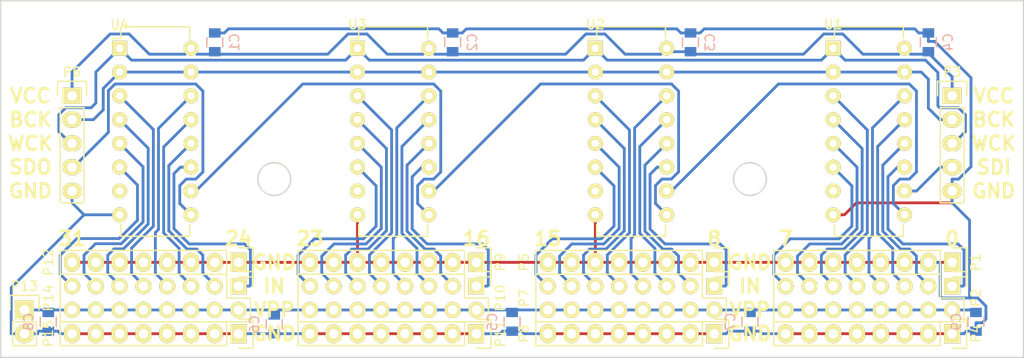
<source format=kicad_pcb>
(kicad_pcb (version 20171130) (host pcbnew "(5.1.12)-1")

  (general
    (thickness 1.6)
    (drawings 32)
    (tracks 543)
    (zones 0)
    (modules 28)
    (nets 43)
  )

  (page A4)
  (layers
    (0 F.Cu signal)
    (31 B.Cu signal)
    (32 B.Adhes user hide)
    (33 F.Adhes user hide)
    (34 B.Paste user hide)
    (35 F.Paste user hide)
    (36 B.SilkS user hide)
    (37 F.SilkS user hide)
    (38 B.Mask user hide)
    (39 F.Mask user hide)
    (40 Dwgs.User user hide)
    (41 Cmts.User user hide)
    (42 Eco1.User user hide)
    (43 Eco2.User user hide)
    (44 Edge.Cuts user)
    (45 Margin user hide)
    (46 B.CrtYd user hide)
    (47 F.CrtYd user hide)
    (48 B.Fab user hide)
    (49 F.Fab user hide)
  )

  (setup
    (last_trace_width 0.3)
    (trace_clearance 0.25)
    (zone_clearance 0.3)
    (zone_45_only no)
    (trace_min 0.2)
    (via_size 1)
    (via_drill 0.6)
    (via_min_size 0.4)
    (via_min_drill 0.3)
    (uvia_size 0.3)
    (uvia_drill 0.1)
    (uvias_allowed no)
    (uvia_min_size 0.2)
    (uvia_min_drill 0.1)
    (edge_width 0.15)
    (segment_width 0.2)
    (pcb_text_width 0.3)
    (pcb_text_size 1.5 1.5)
    (mod_edge_width 0.15)
    (mod_text_size 1 1)
    (mod_text_width 0.15)
    (pad_size 1.6 1.6)
    (pad_drill 0.8)
    (pad_to_mask_clearance 0.2)
    (aux_axis_origin 0 0)
    (visible_elements 7FFFFFFF)
    (pcbplotparams
      (layerselection 0x00030_80000000)
      (usegerberextensions false)
      (usegerberattributes true)
      (usegerberadvancedattributes true)
      (creategerberjobfile true)
      (excludeedgelayer true)
      (linewidth 0.100000)
      (plotframeref false)
      (viasonmask false)
      (mode 1)
      (useauxorigin false)
      (hpglpennumber 1)
      (hpglpenspeed 20)
      (hpglpendiameter 15.000000)
      (psnegative false)
      (psa4output false)
      (plotreference true)
      (plotvalue true)
      (plotinvisibletext false)
      (padsonsilk false)
      (subtractmaskfromsilk false)
      (outputformat 1)
      (mirror false)
      (drillshape 0)
      (scaleselection 1)
      (outputdirectory "GERBER"))
  )

  (net 0 "")
  (net 1 /WCK)
  (net 2 /BCK)
  (net 3 /IN4)
  (net 4 /IN5)
  (net 5 /IN6)
  (net 6 /IN7)
  (net 7 GND)
  (net 8 "Net-(U1-Pad9)")
  (net 9 /IN0)
  (net 10 /IN1)
  (net 11 /IN2)
  (net 12 /IN3)
  (net 13 VCC)
  (net 14 /IN12)
  (net 15 /IN13)
  (net 16 /IN14)
  (net 17 /IN15)
  (net 18 "Net-(U2-Pad9)")
  (net 19 /IN8)
  (net 20 /IN9)
  (net 21 /IN10)
  (net 22 /IN11)
  (net 23 /IN20)
  (net 24 /IN21)
  (net 25 /IN22)
  (net 26 /IN23)
  (net 27 "Net-(U3-Pad9)")
  (net 28 /IN16)
  (net 29 /IN17)
  (net 30 /IN18)
  (net 31 /IN19)
  (net 32 /IN28)
  (net 33 /IN29)
  (net 34 /IN30)
  (net 35 /IN31)
  (net 36 /SDO)
  (net 37 /IN24)
  (net 38 /IN25)
  (net 39 /IN26)
  (net 40 /IN27)
  (net 41 VPP)
  (net 42 /SDI)

  (net_class Default "This is the default net class."
    (clearance 0.25)
    (trace_width 0.3)
    (via_dia 1)
    (via_drill 0.6)
    (uvia_dia 0.3)
    (uvia_drill 0.1)
    (add_net /BCK)
    (add_net /IN0)
    (add_net /IN1)
    (add_net /IN10)
    (add_net /IN11)
    (add_net /IN12)
    (add_net /IN13)
    (add_net /IN14)
    (add_net /IN15)
    (add_net /IN16)
    (add_net /IN17)
    (add_net /IN18)
    (add_net /IN19)
    (add_net /IN2)
    (add_net /IN20)
    (add_net /IN21)
    (add_net /IN22)
    (add_net /IN23)
    (add_net /IN24)
    (add_net /IN25)
    (add_net /IN26)
    (add_net /IN27)
    (add_net /IN28)
    (add_net /IN29)
    (add_net /IN3)
    (add_net /IN30)
    (add_net /IN31)
    (add_net /IN4)
    (add_net /IN5)
    (add_net /IN6)
    (add_net /IN7)
    (add_net /IN8)
    (add_net /IN9)
    (add_net /SDI)
    (add_net /SDO)
    (add_net /WCK)
    (add_net GND)
    (add_net "Net-(U1-Pad9)")
    (add_net "Net-(U2-Pad9)")
    (add_net "Net-(U3-Pad9)")
    (add_net VCC)
    (add_net VPP)
  )

  (module Capacitors_SMD:C_0805 (layer B.Cu) (tedit 5415D6EA) (tstamp 5788EEE2)
    (at 99.06 106.045 90)
    (descr "Capacitor SMD 0805, reflow soldering, AVX (see smccp.pdf)")
    (tags "capacitor 0805")
    (path /5788E781)
    (attr smd)
    (fp_text reference C1 (at 0 2.1 90) (layer B.SilkS)
      (effects (font (size 1 1) (thickness 0.15)) (justify mirror))
    )
    (fp_text value 10uF (at 0 -2.1 90) (layer B.Fab)
      (effects (font (size 1 1) (thickness 0.15)) (justify mirror))
    )
    (fp_line (start -0.5 -0.85) (end 0.5 -0.85) (layer B.SilkS) (width 0.15))
    (fp_line (start 0.5 0.85) (end -0.5 0.85) (layer B.SilkS) (width 0.15))
    (fp_line (start 1.8 1) (end 1.8 -1) (layer B.CrtYd) (width 0.05))
    (fp_line (start -1.8 1) (end -1.8 -1) (layer B.CrtYd) (width 0.05))
    (fp_line (start -1.8 -1) (end 1.8 -1) (layer B.CrtYd) (width 0.05))
    (fp_line (start -1.8 1) (end 1.8 1) (layer B.CrtYd) (width 0.05))
    (pad 1 smd rect (at -1 0 90) (size 1 1.25) (layers B.Cu B.Paste B.Mask)
      (net 13 VCC))
    (pad 2 smd rect (at 1 0 90) (size 1 1.25) (layers B.Cu B.Paste B.Mask)
      (net 7 GND))
    (model Capacitors_SMD.3dshapes/C_0805.wrl
      (at (xyz 0 0 0))
      (scale (xyz 1 1 1))
      (rotate (xyz 0 0 0))
    )
  )

  (module Capacitors_SMD:C_0805 (layer B.Cu) (tedit 5415D6EA) (tstamp 5788EEE8)
    (at 124.46 106.045 90)
    (descr "Capacitor SMD 0805, reflow soldering, AVX (see smccp.pdf)")
    (tags "capacitor 0805")
    (path /5788E7C7)
    (attr smd)
    (fp_text reference C2 (at 0 2.1 90) (layer B.SilkS)
      (effects (font (size 1 1) (thickness 0.15)) (justify mirror))
    )
    (fp_text value 10uF (at 0 -2.1 90) (layer B.Fab)
      (effects (font (size 1 1) (thickness 0.15)) (justify mirror))
    )
    (fp_line (start -0.5 -0.85) (end 0.5 -0.85) (layer B.SilkS) (width 0.15))
    (fp_line (start 0.5 0.85) (end -0.5 0.85) (layer B.SilkS) (width 0.15))
    (fp_line (start 1.8 1) (end 1.8 -1) (layer B.CrtYd) (width 0.05))
    (fp_line (start -1.8 1) (end -1.8 -1) (layer B.CrtYd) (width 0.05))
    (fp_line (start -1.8 -1) (end 1.8 -1) (layer B.CrtYd) (width 0.05))
    (fp_line (start -1.8 1) (end 1.8 1) (layer B.CrtYd) (width 0.05))
    (pad 1 smd rect (at -1 0 90) (size 1 1.25) (layers B.Cu B.Paste B.Mask)
      (net 13 VCC))
    (pad 2 smd rect (at 1 0 90) (size 1 1.25) (layers B.Cu B.Paste B.Mask)
      (net 7 GND))
    (model Capacitors_SMD.3dshapes/C_0805.wrl
      (at (xyz 0 0 0))
      (scale (xyz 1 1 1))
      (rotate (xyz 0 0 0))
    )
  )

  (module Capacitors_SMD:C_0805 (layer B.Cu) (tedit 5415D6EA) (tstamp 5788EEEE)
    (at 149.86 106.045 90)
    (descr "Capacitor SMD 0805, reflow soldering, AVX (see smccp.pdf)")
    (tags "capacitor 0805")
    (path /5788E7F3)
    (attr smd)
    (fp_text reference C3 (at 0 2.1 90) (layer B.SilkS)
      (effects (font (size 1 1) (thickness 0.15)) (justify mirror))
    )
    (fp_text value 10uF (at 0 -2.1 90) (layer B.Fab)
      (effects (font (size 1 1) (thickness 0.15)) (justify mirror))
    )
    (fp_line (start -0.5 -0.85) (end 0.5 -0.85) (layer B.SilkS) (width 0.15))
    (fp_line (start 0.5 0.85) (end -0.5 0.85) (layer B.SilkS) (width 0.15))
    (fp_line (start 1.8 1) (end 1.8 -1) (layer B.CrtYd) (width 0.05))
    (fp_line (start -1.8 1) (end -1.8 -1) (layer B.CrtYd) (width 0.05))
    (fp_line (start -1.8 -1) (end 1.8 -1) (layer B.CrtYd) (width 0.05))
    (fp_line (start -1.8 1) (end 1.8 1) (layer B.CrtYd) (width 0.05))
    (pad 1 smd rect (at -1 0 90) (size 1 1.25) (layers B.Cu B.Paste B.Mask)
      (net 13 VCC))
    (pad 2 smd rect (at 1 0 90) (size 1 1.25) (layers B.Cu B.Paste B.Mask)
      (net 7 GND))
    (model Capacitors_SMD.3dshapes/C_0805.wrl
      (at (xyz 0 0 0))
      (scale (xyz 1 1 1))
      (rotate (xyz 0 0 0))
    )
  )

  (module Capacitors_SMD:C_0805 (layer B.Cu) (tedit 5415D6EA) (tstamp 5788EEF4)
    (at 175.26 106.045 90)
    (descr "Capacitor SMD 0805, reflow soldering, AVX (see smccp.pdf)")
    (tags "capacitor 0805")
    (path /5788E822)
    (attr smd)
    (fp_text reference C4 (at 0 2.1 90) (layer B.SilkS)
      (effects (font (size 1 1) (thickness 0.15)) (justify mirror))
    )
    (fp_text value 10uF (at 0 -2.1 90) (layer B.Fab)
      (effects (font (size 1 1) (thickness 0.15)) (justify mirror))
    )
    (fp_line (start -0.5 -0.85) (end 0.5 -0.85) (layer B.SilkS) (width 0.15))
    (fp_line (start 0.5 0.85) (end -0.5 0.85) (layer B.SilkS) (width 0.15))
    (fp_line (start 1.8 1) (end 1.8 -1) (layer B.CrtYd) (width 0.05))
    (fp_line (start -1.8 1) (end -1.8 -1) (layer B.CrtYd) (width 0.05))
    (fp_line (start -1.8 -1) (end 1.8 -1) (layer B.CrtYd) (width 0.05))
    (fp_line (start -1.8 1) (end 1.8 1) (layer B.CrtYd) (width 0.05))
    (pad 1 smd rect (at -1 0 90) (size 1 1.25) (layers B.Cu B.Paste B.Mask)
      (net 13 VCC))
    (pad 2 smd rect (at 1 0 90) (size 1 1.25) (layers B.Cu B.Paste B.Mask)
      (net 7 GND))
    (model Capacitors_SMD.3dshapes/C_0805.wrl
      (at (xyz 0 0 0))
      (scale (xyz 1 1 1))
      (rotate (xyz 0 0 0))
    )
  )

  (module Capacitors_SMD:C_0805 (layer B.Cu) (tedit 5415D6EA) (tstamp 5788EEFA)
    (at 130.81 135.89 270)
    (descr "Capacitor SMD 0805, reflow soldering, AVX (see smccp.pdf)")
    (tags "capacitor 0805")
    (path /57891FDB)
    (attr smd)
    (fp_text reference C5 (at 0 2.1 270) (layer B.SilkS)
      (effects (font (size 1 1) (thickness 0.15)) (justify mirror))
    )
    (fp_text value 10uF (at 0 -2.1 270) (layer B.Fab)
      (effects (font (size 1 1) (thickness 0.15)) (justify mirror))
    )
    (fp_line (start -0.5 -0.85) (end 0.5 -0.85) (layer B.SilkS) (width 0.15))
    (fp_line (start 0.5 0.85) (end -0.5 0.85) (layer B.SilkS) (width 0.15))
    (fp_line (start 1.8 1) (end 1.8 -1) (layer B.CrtYd) (width 0.05))
    (fp_line (start -1.8 1) (end -1.8 -1) (layer B.CrtYd) (width 0.05))
    (fp_line (start -1.8 -1) (end 1.8 -1) (layer B.CrtYd) (width 0.05))
    (fp_line (start -1.8 1) (end 1.8 1) (layer B.CrtYd) (width 0.05))
    (pad 1 smd rect (at -1 0 270) (size 1 1.25) (layers B.Cu B.Paste B.Mask)
      (net 41 VPP))
    (pad 2 smd rect (at 1 0 270) (size 1 1.25) (layers B.Cu B.Paste B.Mask)
      (net 7 GND))
    (model Capacitors_SMD.3dshapes/C_0805.wrl
      (at (xyz 0 0 0))
      (scale (xyz 1 1 1))
      (rotate (xyz 0 0 0))
    )
  )

  (module Capacitors_SMD:C_0805 (layer B.Cu) (tedit 5415D6EA) (tstamp 5788EF00)
    (at 105.41 136.16 270)
    (descr "Capacitor SMD 0805, reflow soldering, AVX (see smccp.pdf)")
    (tags "capacitor 0805")
    (path /57891FE1)
    (attr smd)
    (fp_text reference C6 (at 0 2.1 270) (layer B.SilkS)
      (effects (font (size 1 1) (thickness 0.15)) (justify mirror))
    )
    (fp_text value 10uF (at 0 -2.1 270) (layer B.Fab)
      (effects (font (size 1 1) (thickness 0.15)) (justify mirror))
    )
    (fp_line (start -0.5 -0.85) (end 0.5 -0.85) (layer B.SilkS) (width 0.15))
    (fp_line (start 0.5 0.85) (end -0.5 0.85) (layer B.SilkS) (width 0.15))
    (fp_line (start 1.8 1) (end 1.8 -1) (layer B.CrtYd) (width 0.05))
    (fp_line (start -1.8 1) (end -1.8 -1) (layer B.CrtYd) (width 0.05))
    (fp_line (start -1.8 -1) (end 1.8 -1) (layer B.CrtYd) (width 0.05))
    (fp_line (start -1.8 1) (end 1.8 1) (layer B.CrtYd) (width 0.05))
    (pad 1 smd rect (at -1 0 270) (size 1 1.25) (layers B.Cu B.Paste B.Mask)
      (net 41 VPP))
    (pad 2 smd rect (at 1 0 270) (size 1 1.25) (layers B.Cu B.Paste B.Mask)
      (net 7 GND))
    (model Capacitors_SMD.3dshapes/C_0805.wrl
      (at (xyz 0 0 0))
      (scale (xyz 1 1 1))
      (rotate (xyz 0 0 0))
    )
  )

  (module Capacitors_SMD:C_0805 (layer B.Cu) (tedit 5415D6EA) (tstamp 5788EF06)
    (at 156.21 135.89 270)
    (descr "Capacitor SMD 0805, reflow soldering, AVX (see smccp.pdf)")
    (tags "capacitor 0805")
    (path /57891FE7)
    (attr smd)
    (fp_text reference C7 (at 0 2.1 270) (layer B.SilkS)
      (effects (font (size 1 1) (thickness 0.15)) (justify mirror))
    )
    (fp_text value 10uF (at 0 -2.1 270) (layer B.Fab)
      (effects (font (size 1 1) (thickness 0.15)) (justify mirror))
    )
    (fp_line (start -0.5 -0.85) (end 0.5 -0.85) (layer B.SilkS) (width 0.15))
    (fp_line (start 0.5 0.85) (end -0.5 0.85) (layer B.SilkS) (width 0.15))
    (fp_line (start 1.8 1) (end 1.8 -1) (layer B.CrtYd) (width 0.05))
    (fp_line (start -1.8 1) (end -1.8 -1) (layer B.CrtYd) (width 0.05))
    (fp_line (start -1.8 -1) (end 1.8 -1) (layer B.CrtYd) (width 0.05))
    (fp_line (start -1.8 1) (end 1.8 1) (layer B.CrtYd) (width 0.05))
    (pad 1 smd rect (at -1 0 270) (size 1 1.25) (layers B.Cu B.Paste B.Mask)
      (net 41 VPP))
    (pad 2 smd rect (at 1 0 270) (size 1 1.25) (layers B.Cu B.Paste B.Mask)
      (net 7 GND))
    (model Capacitors_SMD.3dshapes/C_0805.wrl
      (at (xyz 0 0 0))
      (scale (xyz 1 1 1))
      (rotate (xyz 0 0 0))
    )
  )

  (module Capacitors_SMD:C_0805 (layer B.Cu) (tedit 5415D6EA) (tstamp 5788EF0C)
    (at 81.28 135.89 270)
    (descr "Capacitor SMD 0805, reflow soldering, AVX (see smccp.pdf)")
    (tags "capacitor 0805")
    (path /57891FED)
    (attr smd)
    (fp_text reference C8 (at 0 2.1 270) (layer B.SilkS)
      (effects (font (size 1 1) (thickness 0.15)) (justify mirror))
    )
    (fp_text value 10uF (at 0 -2.1 270) (layer B.Fab)
      (effects (font (size 1 1) (thickness 0.15)) (justify mirror))
    )
    (fp_line (start -0.5 -0.85) (end 0.5 -0.85) (layer B.SilkS) (width 0.15))
    (fp_line (start 0.5 0.85) (end -0.5 0.85) (layer B.SilkS) (width 0.15))
    (fp_line (start 1.8 1) (end 1.8 -1) (layer B.CrtYd) (width 0.05))
    (fp_line (start -1.8 1) (end -1.8 -1) (layer B.CrtYd) (width 0.05))
    (fp_line (start -1.8 -1) (end 1.8 -1) (layer B.CrtYd) (width 0.05))
    (fp_line (start -1.8 1) (end 1.8 1) (layer B.CrtYd) (width 0.05))
    (pad 1 smd rect (at -1 0 270) (size 1 1.25) (layers B.Cu B.Paste B.Mask)
      (net 41 VPP))
    (pad 2 smd rect (at 1 0 270) (size 1 1.25) (layers B.Cu B.Paste B.Mask)
      (net 7 GND))
    (model Capacitors_SMD.3dshapes/C_0805.wrl
      (at (xyz 0 0 0))
      (scale (xyz 1 1 1))
      (rotate (xyz 0 0 0))
    )
  )

  (module Pin_Headers:Pin_Header_Straight_1x08 (layer F.Cu) (tedit 0) (tstamp 5788EF18)
    (at 177.8 129.54 270)
    (descr "Through hole pin header")
    (tags "pin header")
    (path /5789059C)
    (fp_text reference P1 (at 0 -2.54 90) (layer F.SilkS)
      (effects (font (size 1 1) (thickness 0.15)))
    )
    (fp_text value CONN_01X08 (at 0 -3.1 270) (layer F.Fab)
      (effects (font (size 1 1) (thickness 0.15)))
    )
    (fp_line (start -1.55 -1.55) (end 1.55 -1.55) (layer F.SilkS) (width 0.15))
    (fp_line (start -1.55 0) (end -1.55 -1.55) (layer F.SilkS) (width 0.15))
    (fp_line (start 1.27 1.27) (end -1.27 1.27) (layer F.SilkS) (width 0.15))
    (fp_line (start 1.55 -1.55) (end 1.55 0) (layer F.SilkS) (width 0.15))
    (fp_line (start -1.27 19.05) (end -1.27 1.27) (layer F.SilkS) (width 0.15))
    (fp_line (start 1.27 19.05) (end -1.27 19.05) (layer F.SilkS) (width 0.15))
    (fp_line (start 1.27 1.27) (end 1.27 19.05) (layer F.SilkS) (width 0.15))
    (fp_line (start -1.75 19.55) (end 1.75 19.55) (layer F.CrtYd) (width 0.05))
    (fp_line (start -1.75 -1.75) (end 1.75 -1.75) (layer F.CrtYd) (width 0.05))
    (fp_line (start 1.75 -1.75) (end 1.75 19.55) (layer F.CrtYd) (width 0.05))
    (fp_line (start -1.75 -1.75) (end -1.75 19.55) (layer F.CrtYd) (width 0.05))
    (pad 1 thru_hole rect (at 0 0 270) (size 2.032 1.7272) (drill 1.016) (layers *.Cu *.Mask F.SilkS)
      (net 7 GND))
    (pad 2 thru_hole oval (at 0 2.54 270) (size 2.032 1.7272) (drill 1.016) (layers *.Cu *.Mask F.SilkS)
      (net 7 GND))
    (pad 3 thru_hole oval (at 0 5.08 270) (size 2.032 1.7272) (drill 1.016) (layers *.Cu *.Mask F.SilkS)
      (net 7 GND))
    (pad 4 thru_hole oval (at 0 7.62 270) (size 2.032 1.7272) (drill 1.016) (layers *.Cu *.Mask F.SilkS)
      (net 7 GND))
    (pad 5 thru_hole oval (at 0 10.16 270) (size 2.032 1.7272) (drill 1.016) (layers *.Cu *.Mask F.SilkS)
      (net 7 GND))
    (pad 6 thru_hole oval (at 0 12.7 270) (size 2.032 1.7272) (drill 1.016) (layers *.Cu *.Mask F.SilkS)
      (net 7 GND))
    (pad 7 thru_hole oval (at 0 15.24 270) (size 2.032 1.7272) (drill 1.016) (layers *.Cu *.Mask F.SilkS)
      (net 7 GND))
    (pad 8 thru_hole oval (at 0 17.78 270) (size 2.032 1.7272) (drill 1.016) (layers *.Cu *.Mask F.SilkS)
      (net 7 GND))
    (model Pin_Headers.3dshapes/Pin_Header_Straight_1x08.wrl
      (offset (xyz 0 -8.889999866485596 0))
      (scale (xyz 1 1 1))
      (rotate (xyz 0 0 90))
    )
  )

  (module Pin_Headers:Pin_Header_Straight_2x08 (layer F.Cu) (tedit 0) (tstamp 5788EF2C)
    (at 177.8 132.08 270)
    (descr "Through hole pin header")
    (tags "pin header")
    (path /5788FD2A)
    (fp_text reference P2 (at 1.27 -2.54 90) (layer F.SilkS)
      (effects (font (size 1 1) (thickness 0.15)))
    )
    (fp_text value CONN_02X08 (at 0 -3.1 270) (layer F.Fab)
      (effects (font (size 1 1) (thickness 0.15)))
    )
    (fp_line (start -1.55 -1.55) (end -1.55 0) (layer F.SilkS) (width 0.15))
    (fp_line (start 1.27 1.27) (end -1.27 1.27) (layer F.SilkS) (width 0.15))
    (fp_line (start 1.27 -1.27) (end 1.27 1.27) (layer F.SilkS) (width 0.15))
    (fp_line (start 0 -1.55) (end -1.55 -1.55) (layer F.SilkS) (width 0.15))
    (fp_line (start 3.81 -1.27) (end 1.27 -1.27) (layer F.SilkS) (width 0.15))
    (fp_line (start 3.81 19.05) (end -1.27 19.05) (layer F.SilkS) (width 0.15))
    (fp_line (start -1.27 1.27) (end -1.27 19.05) (layer F.SilkS) (width 0.15))
    (fp_line (start 3.81 19.05) (end 3.81 -1.27) (layer F.SilkS) (width 0.15))
    (fp_line (start -1.75 19.55) (end 4.3 19.55) (layer F.CrtYd) (width 0.05))
    (fp_line (start -1.75 -1.75) (end 4.3 -1.75) (layer F.CrtYd) (width 0.05))
    (fp_line (start 4.3 -1.75) (end 4.3 19.55) (layer F.CrtYd) (width 0.05))
    (fp_line (start -1.75 -1.75) (end -1.75 19.55) (layer F.CrtYd) (width 0.05))
    (pad 1 thru_hole rect (at 0 0 270) (size 1.7272 1.7272) (drill 1.016) (layers *.Cu *.Mask F.SilkS)
      (net 9 /IN0))
    (pad 2 thru_hole oval (at 2.54 0 270) (size 1.7272 1.7272) (drill 1.016) (layers *.Cu *.Mask F.SilkS)
      (net 41 VPP))
    (pad 3 thru_hole oval (at 0 2.54 270) (size 1.7272 1.7272) (drill 1.016) (layers *.Cu *.Mask F.SilkS)
      (net 10 /IN1))
    (pad 4 thru_hole oval (at 2.54 2.54 270) (size 1.7272 1.7272) (drill 1.016) (layers *.Cu *.Mask F.SilkS)
      (net 41 VPP))
    (pad 5 thru_hole oval (at 0 5.08 270) (size 1.7272 1.7272) (drill 1.016) (layers *.Cu *.Mask F.SilkS)
      (net 11 /IN2))
    (pad 6 thru_hole oval (at 2.54 5.08 270) (size 1.7272 1.7272) (drill 1.016) (layers *.Cu *.Mask F.SilkS)
      (net 41 VPP))
    (pad 7 thru_hole oval (at 0 7.62 270) (size 1.7272 1.7272) (drill 1.016) (layers *.Cu *.Mask F.SilkS)
      (net 12 /IN3))
    (pad 8 thru_hole oval (at 2.54 7.62 270) (size 1.7272 1.7272) (drill 1.016) (layers *.Cu *.Mask F.SilkS)
      (net 41 VPP))
    (pad 9 thru_hole oval (at 0 10.16 270) (size 1.7272 1.7272) (drill 1.016) (layers *.Cu *.Mask F.SilkS)
      (net 3 /IN4))
    (pad 10 thru_hole oval (at 2.54 10.16 270) (size 1.7272 1.7272) (drill 1.016) (layers *.Cu *.Mask F.SilkS)
      (net 41 VPP))
    (pad 11 thru_hole oval (at 0 12.7 270) (size 1.7272 1.7272) (drill 1.016) (layers *.Cu *.Mask F.SilkS)
      (net 4 /IN5))
    (pad 12 thru_hole oval (at 2.54 12.7 270) (size 1.7272 1.7272) (drill 1.016) (layers *.Cu *.Mask F.SilkS)
      (net 41 VPP))
    (pad 13 thru_hole oval (at 0 15.24 270) (size 1.7272 1.7272) (drill 1.016) (layers *.Cu *.Mask F.SilkS)
      (net 5 /IN6))
    (pad 14 thru_hole oval (at 2.54 15.24 270) (size 1.7272 1.7272) (drill 1.016) (layers *.Cu *.Mask F.SilkS)
      (net 41 VPP))
    (pad 15 thru_hole oval (at 0 17.78 270) (size 1.7272 1.7272) (drill 1.016) (layers *.Cu *.Mask F.SilkS)
      (net 6 /IN7))
    (pad 16 thru_hole oval (at 2.54 17.78 270) (size 1.7272 1.7272) (drill 1.016) (layers *.Cu *.Mask F.SilkS)
      (net 41 VPP))
    (model Pin_Headers.3dshapes/Pin_Header_Straight_2x08.wrl
      (offset (xyz 1.269999980926514 -8.889999866485596 0))
      (scale (xyz 1 1 1))
      (rotate (xyz 0 0 90))
    )
  )

  (module Pin_Headers:Pin_Header_Straight_1x05 (layer F.Cu) (tedit 54EA0684) (tstamp 5788EF35)
    (at 177.8 111.76)
    (descr "Through hole pin header")
    (tags "pin header")
    (path /5788F5F4)
    (fp_text reference P3 (at 0 -2.54) (layer F.SilkS)
      (effects (font (size 1 1) (thickness 0.15)))
    )
    (fp_text value EXPANSION (at 0 -3.1) (layer F.Fab)
      (effects (font (size 1 1) (thickness 0.15)))
    )
    (fp_line (start 1.27 1.27) (end -1.27 1.27) (layer F.SilkS) (width 0.15))
    (fp_line (start -1.27 11.43) (end -1.27 1.27) (layer F.SilkS) (width 0.15))
    (fp_line (start 1.27 11.43) (end -1.27 11.43) (layer F.SilkS) (width 0.15))
    (fp_line (start 1.27 1.27) (end 1.27 11.43) (layer F.SilkS) (width 0.15))
    (fp_line (start -1.75 11.95) (end 1.75 11.95) (layer F.CrtYd) (width 0.05))
    (fp_line (start -1.75 -1.75) (end 1.75 -1.75) (layer F.CrtYd) (width 0.05))
    (fp_line (start 1.75 -1.75) (end 1.75 11.95) (layer F.CrtYd) (width 0.05))
    (fp_line (start -1.75 -1.75) (end -1.75 11.95) (layer F.CrtYd) (width 0.05))
    (fp_line (start 1.55 -1.55) (end 1.55 0) (layer F.SilkS) (width 0.15))
    (fp_line (start -1.55 -1.55) (end 1.55 -1.55) (layer F.SilkS) (width 0.15))
    (fp_line (start -1.55 0) (end -1.55 -1.55) (layer F.SilkS) (width 0.15))
    (pad 1 thru_hole rect (at 0 0) (size 2.032 1.7272) (drill 1.016) (layers *.Cu *.Mask F.SilkS)
      (net 13 VCC))
    (pad 2 thru_hole oval (at 0 2.54) (size 2.032 1.7272) (drill 1.016) (layers *.Cu *.Mask F.SilkS)
      (net 2 /BCK))
    (pad 3 thru_hole oval (at 0 5.08) (size 2.032 1.7272) (drill 1.016) (layers *.Cu *.Mask F.SilkS)
      (net 1 /WCK))
    (pad 4 thru_hole oval (at 0 7.62) (size 2.032 1.7272) (drill 1.016) (layers *.Cu *.Mask F.SilkS)
      (net 42 /SDI))
    (pad 5 thru_hole oval (at 0 10.16) (size 2.032 1.7272) (drill 1.016) (layers *.Cu *.Mask F.SilkS)
      (net 7 GND))
    (model Pin_Headers.3dshapes/Pin_Header_Straight_1x05.wrl
      (offset (xyz 0 -5.079999923706055 0))
      (scale (xyz 1 1 1))
      (rotate (xyz 0 0 90))
    )
  )

  (module Pin_Headers:Pin_Header_Straight_1x08 (layer F.Cu) (tedit 0) (tstamp 5788EF41)
    (at 177.8 137.16 270)
    (descr "Through hole pin header")
    (tags "pin header")
    (path /5788FD83)
    (fp_text reference P4 (at 0 -2.54 90) (layer F.SilkS)
      (effects (font (size 1 1) (thickness 0.15)))
    )
    (fp_text value CONN_01X08 (at 0 -3.1 270) (layer F.Fab)
      (effects (font (size 1 1) (thickness 0.15)))
    )
    (fp_line (start -1.55 -1.55) (end 1.55 -1.55) (layer F.SilkS) (width 0.15))
    (fp_line (start -1.55 0) (end -1.55 -1.55) (layer F.SilkS) (width 0.15))
    (fp_line (start 1.27 1.27) (end -1.27 1.27) (layer F.SilkS) (width 0.15))
    (fp_line (start 1.55 -1.55) (end 1.55 0) (layer F.SilkS) (width 0.15))
    (fp_line (start -1.27 19.05) (end -1.27 1.27) (layer F.SilkS) (width 0.15))
    (fp_line (start 1.27 19.05) (end -1.27 19.05) (layer F.SilkS) (width 0.15))
    (fp_line (start 1.27 1.27) (end 1.27 19.05) (layer F.SilkS) (width 0.15))
    (fp_line (start -1.75 19.55) (end 1.75 19.55) (layer F.CrtYd) (width 0.05))
    (fp_line (start -1.75 -1.75) (end 1.75 -1.75) (layer F.CrtYd) (width 0.05))
    (fp_line (start 1.75 -1.75) (end 1.75 19.55) (layer F.CrtYd) (width 0.05))
    (fp_line (start -1.75 -1.75) (end -1.75 19.55) (layer F.CrtYd) (width 0.05))
    (pad 1 thru_hole rect (at 0 0 270) (size 2.032 1.7272) (drill 1.016) (layers *.Cu *.Mask F.SilkS)
      (net 7 GND))
    (pad 2 thru_hole oval (at 0 2.54 270) (size 2.032 1.7272) (drill 1.016) (layers *.Cu *.Mask F.SilkS)
      (net 7 GND))
    (pad 3 thru_hole oval (at 0 5.08 270) (size 2.032 1.7272) (drill 1.016) (layers *.Cu *.Mask F.SilkS)
      (net 7 GND))
    (pad 4 thru_hole oval (at 0 7.62 270) (size 2.032 1.7272) (drill 1.016) (layers *.Cu *.Mask F.SilkS)
      (net 7 GND))
    (pad 5 thru_hole oval (at 0 10.16 270) (size 2.032 1.7272) (drill 1.016) (layers *.Cu *.Mask F.SilkS)
      (net 7 GND))
    (pad 6 thru_hole oval (at 0 12.7 270) (size 2.032 1.7272) (drill 1.016) (layers *.Cu *.Mask F.SilkS)
      (net 7 GND))
    (pad 7 thru_hole oval (at 0 15.24 270) (size 2.032 1.7272) (drill 1.016) (layers *.Cu *.Mask F.SilkS)
      (net 7 GND))
    (pad 8 thru_hole oval (at 0 17.78 270) (size 2.032 1.7272) (drill 1.016) (layers *.Cu *.Mask F.SilkS)
      (net 7 GND))
    (model Pin_Headers.3dshapes/Pin_Header_Straight_1x08.wrl
      (offset (xyz 0 -8.889999866485596 0))
      (scale (xyz 1 1 1))
      (rotate (xyz 0 0 90))
    )
  )

  (module Pin_Headers:Pin_Header_Straight_1x08 (layer F.Cu) (tedit 0) (tstamp 5788EF4D)
    (at 152.4 129.54 270)
    (descr "Through hole pin header")
    (tags "pin header")
    (path /578912F7)
    (fp_text reference P5 (at 0 20.32 90) (layer F.SilkS)
      (effects (font (size 1 1) (thickness 0.15)))
    )
    (fp_text value CONN_01X08 (at 0 -3.1 270) (layer F.Fab)
      (effects (font (size 1 1) (thickness 0.15)))
    )
    (fp_line (start -1.55 -1.55) (end 1.55 -1.55) (layer F.SilkS) (width 0.15))
    (fp_line (start -1.55 0) (end -1.55 -1.55) (layer F.SilkS) (width 0.15))
    (fp_line (start 1.27 1.27) (end -1.27 1.27) (layer F.SilkS) (width 0.15))
    (fp_line (start 1.55 -1.55) (end 1.55 0) (layer F.SilkS) (width 0.15))
    (fp_line (start -1.27 19.05) (end -1.27 1.27) (layer F.SilkS) (width 0.15))
    (fp_line (start 1.27 19.05) (end -1.27 19.05) (layer F.SilkS) (width 0.15))
    (fp_line (start 1.27 1.27) (end 1.27 19.05) (layer F.SilkS) (width 0.15))
    (fp_line (start -1.75 19.55) (end 1.75 19.55) (layer F.CrtYd) (width 0.05))
    (fp_line (start -1.75 -1.75) (end 1.75 -1.75) (layer F.CrtYd) (width 0.05))
    (fp_line (start 1.75 -1.75) (end 1.75 19.55) (layer F.CrtYd) (width 0.05))
    (fp_line (start -1.75 -1.75) (end -1.75 19.55) (layer F.CrtYd) (width 0.05))
    (pad 1 thru_hole rect (at 0 0 270) (size 2.032 1.7272) (drill 1.016) (layers *.Cu *.Mask F.SilkS)
      (net 7 GND))
    (pad 2 thru_hole oval (at 0 2.54 270) (size 2.032 1.7272) (drill 1.016) (layers *.Cu *.Mask F.SilkS)
      (net 7 GND))
    (pad 3 thru_hole oval (at 0 5.08 270) (size 2.032 1.7272) (drill 1.016) (layers *.Cu *.Mask F.SilkS)
      (net 7 GND))
    (pad 4 thru_hole oval (at 0 7.62 270) (size 2.032 1.7272) (drill 1.016) (layers *.Cu *.Mask F.SilkS)
      (net 7 GND))
    (pad 5 thru_hole oval (at 0 10.16 270) (size 2.032 1.7272) (drill 1.016) (layers *.Cu *.Mask F.SilkS)
      (net 7 GND))
    (pad 6 thru_hole oval (at 0 12.7 270) (size 2.032 1.7272) (drill 1.016) (layers *.Cu *.Mask F.SilkS)
      (net 7 GND))
    (pad 7 thru_hole oval (at 0 15.24 270) (size 2.032 1.7272) (drill 1.016) (layers *.Cu *.Mask F.SilkS)
      (net 7 GND))
    (pad 8 thru_hole oval (at 0 17.78 270) (size 2.032 1.7272) (drill 1.016) (layers *.Cu *.Mask F.SilkS)
      (net 7 GND))
    (model Pin_Headers.3dshapes/Pin_Header_Straight_1x08.wrl
      (offset (xyz 0 -8.889999866485596 0))
      (scale (xyz 1 1 1))
      (rotate (xyz 0 0 90))
    )
  )

  (module Pin_Headers:Pin_Header_Straight_1x05 (layer F.Cu) (tedit 54EA0684) (tstamp 5788EF56)
    (at 83.82 111.76)
    (descr "Through hole pin header")
    (tags "pin header")
    (path /5788ECFF)
    (fp_text reference P6 (at 0 -2.54) (layer F.SilkS)
      (effects (font (size 1 1) (thickness 0.15)))
    )
    (fp_text value OUTPUT (at 0 -3.1) (layer F.Fab)
      (effects (font (size 1 1) (thickness 0.15)))
    )
    (fp_line (start 1.27 1.27) (end -1.27 1.27) (layer F.SilkS) (width 0.15))
    (fp_line (start -1.27 11.43) (end -1.27 1.27) (layer F.SilkS) (width 0.15))
    (fp_line (start 1.27 11.43) (end -1.27 11.43) (layer F.SilkS) (width 0.15))
    (fp_line (start 1.27 1.27) (end 1.27 11.43) (layer F.SilkS) (width 0.15))
    (fp_line (start -1.75 11.95) (end 1.75 11.95) (layer F.CrtYd) (width 0.05))
    (fp_line (start -1.75 -1.75) (end 1.75 -1.75) (layer F.CrtYd) (width 0.05))
    (fp_line (start 1.75 -1.75) (end 1.75 11.95) (layer F.CrtYd) (width 0.05))
    (fp_line (start -1.75 -1.75) (end -1.75 11.95) (layer F.CrtYd) (width 0.05))
    (fp_line (start 1.55 -1.55) (end 1.55 0) (layer F.SilkS) (width 0.15))
    (fp_line (start -1.55 -1.55) (end 1.55 -1.55) (layer F.SilkS) (width 0.15))
    (fp_line (start -1.55 0) (end -1.55 -1.55) (layer F.SilkS) (width 0.15))
    (pad 1 thru_hole rect (at 0 0) (size 2.032 1.7272) (drill 1.016) (layers *.Cu *.Mask F.SilkS)
      (net 13 VCC))
    (pad 2 thru_hole oval (at 0 2.54) (size 2.032 1.7272) (drill 1.016) (layers *.Cu *.Mask F.SilkS)
      (net 2 /BCK))
    (pad 3 thru_hole oval (at 0 5.08) (size 2.032 1.7272) (drill 1.016) (layers *.Cu *.Mask F.SilkS)
      (net 1 /WCK))
    (pad 4 thru_hole oval (at 0 7.62) (size 2.032 1.7272) (drill 1.016) (layers *.Cu *.Mask F.SilkS)
      (net 36 /SDO))
    (pad 5 thru_hole oval (at 0 10.16) (size 2.032 1.7272) (drill 1.016) (layers *.Cu *.Mask F.SilkS)
      (net 7 GND))
    (model Pin_Headers.3dshapes/Pin_Header_Straight_1x05.wrl
      (offset (xyz 0 -5.079999923706055 0))
      (scale (xyz 1 1 1))
      (rotate (xyz 0 0 90))
    )
  )

  (module Pin_Headers:Pin_Header_Straight_2x08 (layer F.Cu) (tedit 0) (tstamp 5788EF6A)
    (at 152.4 132.08 270)
    (descr "Through hole pin header")
    (tags "pin header")
    (path /578912D5)
    (fp_text reference P7 (at 1.27 20.32 90) (layer F.SilkS)
      (effects (font (size 1 1) (thickness 0.15)))
    )
    (fp_text value CONN_02X08 (at 0 -3.1 270) (layer F.Fab)
      (effects (font (size 1 1) (thickness 0.15)))
    )
    (fp_line (start -1.55 -1.55) (end -1.55 0) (layer F.SilkS) (width 0.15))
    (fp_line (start 1.27 1.27) (end -1.27 1.27) (layer F.SilkS) (width 0.15))
    (fp_line (start 1.27 -1.27) (end 1.27 1.27) (layer F.SilkS) (width 0.15))
    (fp_line (start 0 -1.55) (end -1.55 -1.55) (layer F.SilkS) (width 0.15))
    (fp_line (start 3.81 -1.27) (end 1.27 -1.27) (layer F.SilkS) (width 0.15))
    (fp_line (start 3.81 19.05) (end -1.27 19.05) (layer F.SilkS) (width 0.15))
    (fp_line (start -1.27 1.27) (end -1.27 19.05) (layer F.SilkS) (width 0.15))
    (fp_line (start 3.81 19.05) (end 3.81 -1.27) (layer F.SilkS) (width 0.15))
    (fp_line (start -1.75 19.55) (end 4.3 19.55) (layer F.CrtYd) (width 0.05))
    (fp_line (start -1.75 -1.75) (end 4.3 -1.75) (layer F.CrtYd) (width 0.05))
    (fp_line (start 4.3 -1.75) (end 4.3 19.55) (layer F.CrtYd) (width 0.05))
    (fp_line (start -1.75 -1.75) (end -1.75 19.55) (layer F.CrtYd) (width 0.05))
    (pad 1 thru_hole rect (at 0 0 270) (size 1.7272 1.7272) (drill 1.016) (layers *.Cu *.Mask F.SilkS)
      (net 19 /IN8))
    (pad 2 thru_hole oval (at 2.54 0 270) (size 1.7272 1.7272) (drill 1.016) (layers *.Cu *.Mask F.SilkS)
      (net 41 VPP))
    (pad 3 thru_hole oval (at 0 2.54 270) (size 1.7272 1.7272) (drill 1.016) (layers *.Cu *.Mask F.SilkS)
      (net 20 /IN9))
    (pad 4 thru_hole oval (at 2.54 2.54 270) (size 1.7272 1.7272) (drill 1.016) (layers *.Cu *.Mask F.SilkS)
      (net 41 VPP))
    (pad 5 thru_hole oval (at 0 5.08 270) (size 1.7272 1.7272) (drill 1.016) (layers *.Cu *.Mask F.SilkS)
      (net 21 /IN10))
    (pad 6 thru_hole oval (at 2.54 5.08 270) (size 1.7272 1.7272) (drill 1.016) (layers *.Cu *.Mask F.SilkS)
      (net 41 VPP))
    (pad 7 thru_hole oval (at 0 7.62 270) (size 1.7272 1.7272) (drill 1.016) (layers *.Cu *.Mask F.SilkS)
      (net 22 /IN11))
    (pad 8 thru_hole oval (at 2.54 7.62 270) (size 1.7272 1.7272) (drill 1.016) (layers *.Cu *.Mask F.SilkS)
      (net 41 VPP))
    (pad 9 thru_hole oval (at 0 10.16 270) (size 1.7272 1.7272) (drill 1.016) (layers *.Cu *.Mask F.SilkS)
      (net 14 /IN12))
    (pad 10 thru_hole oval (at 2.54 10.16 270) (size 1.7272 1.7272) (drill 1.016) (layers *.Cu *.Mask F.SilkS)
      (net 41 VPP))
    (pad 11 thru_hole oval (at 0 12.7 270) (size 1.7272 1.7272) (drill 1.016) (layers *.Cu *.Mask F.SilkS)
      (net 15 /IN13))
    (pad 12 thru_hole oval (at 2.54 12.7 270) (size 1.7272 1.7272) (drill 1.016) (layers *.Cu *.Mask F.SilkS)
      (net 41 VPP))
    (pad 13 thru_hole oval (at 0 15.24 270) (size 1.7272 1.7272) (drill 1.016) (layers *.Cu *.Mask F.SilkS)
      (net 16 /IN14))
    (pad 14 thru_hole oval (at 2.54 15.24 270) (size 1.7272 1.7272) (drill 1.016) (layers *.Cu *.Mask F.SilkS)
      (net 41 VPP))
    (pad 15 thru_hole oval (at 0 17.78 270) (size 1.7272 1.7272) (drill 1.016) (layers *.Cu *.Mask F.SilkS)
      (net 17 /IN15))
    (pad 16 thru_hole oval (at 2.54 17.78 270) (size 1.7272 1.7272) (drill 1.016) (layers *.Cu *.Mask F.SilkS)
      (net 41 VPP))
    (model Pin_Headers.3dshapes/Pin_Header_Straight_2x08.wrl
      (offset (xyz 1.269999980926514 -8.889999866485596 0))
      (scale (xyz 1 1 1))
      (rotate (xyz 0 0 90))
    )
  )

  (module Pin_Headers:Pin_Header_Straight_1x08 (layer F.Cu) (tedit 0) (tstamp 5788EF76)
    (at 152.4 137.16 270)
    (descr "Through hole pin header")
    (tags "pin header")
    (path /578912DB)
    (fp_text reference P8 (at 0 20.32 90) (layer F.SilkS)
      (effects (font (size 1 1) (thickness 0.15)))
    )
    (fp_text value CONN_01X08 (at 0 -3.1 270) (layer F.Fab)
      (effects (font (size 1 1) (thickness 0.15)))
    )
    (fp_line (start -1.55 -1.55) (end 1.55 -1.55) (layer F.SilkS) (width 0.15))
    (fp_line (start -1.55 0) (end -1.55 -1.55) (layer F.SilkS) (width 0.15))
    (fp_line (start 1.27 1.27) (end -1.27 1.27) (layer F.SilkS) (width 0.15))
    (fp_line (start 1.55 -1.55) (end 1.55 0) (layer F.SilkS) (width 0.15))
    (fp_line (start -1.27 19.05) (end -1.27 1.27) (layer F.SilkS) (width 0.15))
    (fp_line (start 1.27 19.05) (end -1.27 19.05) (layer F.SilkS) (width 0.15))
    (fp_line (start 1.27 1.27) (end 1.27 19.05) (layer F.SilkS) (width 0.15))
    (fp_line (start -1.75 19.55) (end 1.75 19.55) (layer F.CrtYd) (width 0.05))
    (fp_line (start -1.75 -1.75) (end 1.75 -1.75) (layer F.CrtYd) (width 0.05))
    (fp_line (start 1.75 -1.75) (end 1.75 19.55) (layer F.CrtYd) (width 0.05))
    (fp_line (start -1.75 -1.75) (end -1.75 19.55) (layer F.CrtYd) (width 0.05))
    (pad 1 thru_hole rect (at 0 0 270) (size 2.032 1.7272) (drill 1.016) (layers *.Cu *.Mask F.SilkS)
      (net 7 GND))
    (pad 2 thru_hole oval (at 0 2.54 270) (size 2.032 1.7272) (drill 1.016) (layers *.Cu *.Mask F.SilkS)
      (net 7 GND))
    (pad 3 thru_hole oval (at 0 5.08 270) (size 2.032 1.7272) (drill 1.016) (layers *.Cu *.Mask F.SilkS)
      (net 7 GND))
    (pad 4 thru_hole oval (at 0 7.62 270) (size 2.032 1.7272) (drill 1.016) (layers *.Cu *.Mask F.SilkS)
      (net 7 GND))
    (pad 5 thru_hole oval (at 0 10.16 270) (size 2.032 1.7272) (drill 1.016) (layers *.Cu *.Mask F.SilkS)
      (net 7 GND))
    (pad 6 thru_hole oval (at 0 12.7 270) (size 2.032 1.7272) (drill 1.016) (layers *.Cu *.Mask F.SilkS)
      (net 7 GND))
    (pad 7 thru_hole oval (at 0 15.24 270) (size 2.032 1.7272) (drill 1.016) (layers *.Cu *.Mask F.SilkS)
      (net 7 GND))
    (pad 8 thru_hole oval (at 0 17.78 270) (size 2.032 1.7272) (drill 1.016) (layers *.Cu *.Mask F.SilkS)
      (net 7 GND))
    (model Pin_Headers.3dshapes/Pin_Header_Straight_1x08.wrl
      (offset (xyz 0 -8.889999866485596 0))
      (scale (xyz 1 1 1))
      (rotate (xyz 0 0 90))
    )
  )

  (module Pin_Headers:Pin_Header_Straight_1x08 (layer F.Cu) (tedit 0) (tstamp 5788EF82)
    (at 127 129.54 270)
    (descr "Through hole pin header")
    (tags "pin header")
    (path /5789149F)
    (fp_text reference P9 (at 0 -2.54 270) (layer F.SilkS)
      (effects (font (size 1 1) (thickness 0.15)))
    )
    (fp_text value CONN_01X08 (at 0 -3.1 270) (layer F.Fab)
      (effects (font (size 1 1) (thickness 0.15)))
    )
    (fp_line (start -1.55 -1.55) (end 1.55 -1.55) (layer F.SilkS) (width 0.15))
    (fp_line (start -1.55 0) (end -1.55 -1.55) (layer F.SilkS) (width 0.15))
    (fp_line (start 1.27 1.27) (end -1.27 1.27) (layer F.SilkS) (width 0.15))
    (fp_line (start 1.55 -1.55) (end 1.55 0) (layer F.SilkS) (width 0.15))
    (fp_line (start -1.27 19.05) (end -1.27 1.27) (layer F.SilkS) (width 0.15))
    (fp_line (start 1.27 19.05) (end -1.27 19.05) (layer F.SilkS) (width 0.15))
    (fp_line (start 1.27 1.27) (end 1.27 19.05) (layer F.SilkS) (width 0.15))
    (fp_line (start -1.75 19.55) (end 1.75 19.55) (layer F.CrtYd) (width 0.05))
    (fp_line (start -1.75 -1.75) (end 1.75 -1.75) (layer F.CrtYd) (width 0.05))
    (fp_line (start 1.75 -1.75) (end 1.75 19.55) (layer F.CrtYd) (width 0.05))
    (fp_line (start -1.75 -1.75) (end -1.75 19.55) (layer F.CrtYd) (width 0.05))
    (pad 1 thru_hole rect (at 0 0 270) (size 2.032 1.7272) (drill 1.016) (layers *.Cu *.Mask F.SilkS)
      (net 7 GND))
    (pad 2 thru_hole oval (at 0 2.54 270) (size 2.032 1.7272) (drill 1.016) (layers *.Cu *.Mask F.SilkS)
      (net 7 GND))
    (pad 3 thru_hole oval (at 0 5.08 270) (size 2.032 1.7272) (drill 1.016) (layers *.Cu *.Mask F.SilkS)
      (net 7 GND))
    (pad 4 thru_hole oval (at 0 7.62 270) (size 2.032 1.7272) (drill 1.016) (layers *.Cu *.Mask F.SilkS)
      (net 7 GND))
    (pad 5 thru_hole oval (at 0 10.16 270) (size 2.032 1.7272) (drill 1.016) (layers *.Cu *.Mask F.SilkS)
      (net 7 GND))
    (pad 6 thru_hole oval (at 0 12.7 270) (size 2.032 1.7272) (drill 1.016) (layers *.Cu *.Mask F.SilkS)
      (net 7 GND))
    (pad 7 thru_hole oval (at 0 15.24 270) (size 2.032 1.7272) (drill 1.016) (layers *.Cu *.Mask F.SilkS)
      (net 7 GND))
    (pad 8 thru_hole oval (at 0 17.78 270) (size 2.032 1.7272) (drill 1.016) (layers *.Cu *.Mask F.SilkS)
      (net 7 GND))
    (model Pin_Headers.3dshapes/Pin_Header_Straight_1x08.wrl
      (offset (xyz 0 -8.889999866485596 0))
      (scale (xyz 1 1 1))
      (rotate (xyz 0 0 90))
    )
  )

  (module Pin_Headers:Pin_Header_Straight_2x08 (layer F.Cu) (tedit 0) (tstamp 5788EF96)
    (at 127 132.08 270)
    (descr "Through hole pin header")
    (tags "pin header")
    (path /5789147D)
    (fp_text reference P10 (at 1.27 -2.54 90) (layer F.SilkS)
      (effects (font (size 1 1) (thickness 0.15)))
    )
    (fp_text value CONN_02X08 (at 0 -3.1 270) (layer F.Fab)
      (effects (font (size 1 1) (thickness 0.15)))
    )
    (fp_line (start -1.55 -1.55) (end -1.55 0) (layer F.SilkS) (width 0.15))
    (fp_line (start 1.27 1.27) (end -1.27 1.27) (layer F.SilkS) (width 0.15))
    (fp_line (start 1.27 -1.27) (end 1.27 1.27) (layer F.SilkS) (width 0.15))
    (fp_line (start 0 -1.55) (end -1.55 -1.55) (layer F.SilkS) (width 0.15))
    (fp_line (start 3.81 -1.27) (end 1.27 -1.27) (layer F.SilkS) (width 0.15))
    (fp_line (start 3.81 19.05) (end -1.27 19.05) (layer F.SilkS) (width 0.15))
    (fp_line (start -1.27 1.27) (end -1.27 19.05) (layer F.SilkS) (width 0.15))
    (fp_line (start 3.81 19.05) (end 3.81 -1.27) (layer F.SilkS) (width 0.15))
    (fp_line (start -1.75 19.55) (end 4.3 19.55) (layer F.CrtYd) (width 0.05))
    (fp_line (start -1.75 -1.75) (end 4.3 -1.75) (layer F.CrtYd) (width 0.05))
    (fp_line (start 4.3 -1.75) (end 4.3 19.55) (layer F.CrtYd) (width 0.05))
    (fp_line (start -1.75 -1.75) (end -1.75 19.55) (layer F.CrtYd) (width 0.05))
    (pad 1 thru_hole rect (at 0 0 270) (size 1.7272 1.7272) (drill 1.016) (layers *.Cu *.Mask F.SilkS)
      (net 28 /IN16))
    (pad 2 thru_hole oval (at 2.54 0 270) (size 1.7272 1.7272) (drill 1.016) (layers *.Cu *.Mask F.SilkS)
      (net 41 VPP))
    (pad 3 thru_hole oval (at 0 2.54 270) (size 1.7272 1.7272) (drill 1.016) (layers *.Cu *.Mask F.SilkS)
      (net 29 /IN17))
    (pad 4 thru_hole oval (at 2.54 2.54 270) (size 1.7272 1.7272) (drill 1.016) (layers *.Cu *.Mask F.SilkS)
      (net 41 VPP))
    (pad 5 thru_hole oval (at 0 5.08 270) (size 1.7272 1.7272) (drill 1.016) (layers *.Cu *.Mask F.SilkS)
      (net 30 /IN18))
    (pad 6 thru_hole oval (at 2.54 5.08 270) (size 1.7272 1.7272) (drill 1.016) (layers *.Cu *.Mask F.SilkS)
      (net 41 VPP))
    (pad 7 thru_hole oval (at 0 7.62 270) (size 1.7272 1.7272) (drill 1.016) (layers *.Cu *.Mask F.SilkS)
      (net 31 /IN19))
    (pad 8 thru_hole oval (at 2.54 7.62 270) (size 1.7272 1.7272) (drill 1.016) (layers *.Cu *.Mask F.SilkS)
      (net 41 VPP))
    (pad 9 thru_hole oval (at 0 10.16 270) (size 1.7272 1.7272) (drill 1.016) (layers *.Cu *.Mask F.SilkS)
      (net 23 /IN20))
    (pad 10 thru_hole oval (at 2.54 10.16 270) (size 1.7272 1.7272) (drill 1.016) (layers *.Cu *.Mask F.SilkS)
      (net 41 VPP))
    (pad 11 thru_hole oval (at 0 12.7 270) (size 1.7272 1.7272) (drill 1.016) (layers *.Cu *.Mask F.SilkS)
      (net 24 /IN21))
    (pad 12 thru_hole oval (at 2.54 12.7 270) (size 1.7272 1.7272) (drill 1.016) (layers *.Cu *.Mask F.SilkS)
      (net 41 VPP))
    (pad 13 thru_hole oval (at 0 15.24 270) (size 1.7272 1.7272) (drill 1.016) (layers *.Cu *.Mask F.SilkS)
      (net 25 /IN22))
    (pad 14 thru_hole oval (at 2.54 15.24 270) (size 1.7272 1.7272) (drill 1.016) (layers *.Cu *.Mask F.SilkS)
      (net 41 VPP))
    (pad 15 thru_hole oval (at 0 17.78 270) (size 1.7272 1.7272) (drill 1.016) (layers *.Cu *.Mask F.SilkS)
      (net 26 /IN23))
    (pad 16 thru_hole oval (at 2.54 17.78 270) (size 1.7272 1.7272) (drill 1.016) (layers *.Cu *.Mask F.SilkS)
      (net 41 VPP))
    (model Pin_Headers.3dshapes/Pin_Header_Straight_2x08.wrl
      (offset (xyz 1.269999980926514 -8.889999866485596 0))
      (scale (xyz 1 1 1))
      (rotate (xyz 0 0 90))
    )
  )

  (module Pin_Headers:Pin_Header_Straight_1x08 (layer F.Cu) (tedit 0) (tstamp 5788EFA2)
    (at 127 137.16 270)
    (descr "Through hole pin header")
    (tags "pin header")
    (path /57891483)
    (fp_text reference P11 (at 0 -2.54 90) (layer F.SilkS)
      (effects (font (size 1 1) (thickness 0.15)))
    )
    (fp_text value CONN_01X08 (at 0 -3.1 270) (layer F.Fab)
      (effects (font (size 1 1) (thickness 0.15)))
    )
    (fp_line (start -1.55 -1.55) (end 1.55 -1.55) (layer F.SilkS) (width 0.15))
    (fp_line (start -1.55 0) (end -1.55 -1.55) (layer F.SilkS) (width 0.15))
    (fp_line (start 1.27 1.27) (end -1.27 1.27) (layer F.SilkS) (width 0.15))
    (fp_line (start 1.55 -1.55) (end 1.55 0) (layer F.SilkS) (width 0.15))
    (fp_line (start -1.27 19.05) (end -1.27 1.27) (layer F.SilkS) (width 0.15))
    (fp_line (start 1.27 19.05) (end -1.27 19.05) (layer F.SilkS) (width 0.15))
    (fp_line (start 1.27 1.27) (end 1.27 19.05) (layer F.SilkS) (width 0.15))
    (fp_line (start -1.75 19.55) (end 1.75 19.55) (layer F.CrtYd) (width 0.05))
    (fp_line (start -1.75 -1.75) (end 1.75 -1.75) (layer F.CrtYd) (width 0.05))
    (fp_line (start 1.75 -1.75) (end 1.75 19.55) (layer F.CrtYd) (width 0.05))
    (fp_line (start -1.75 -1.75) (end -1.75 19.55) (layer F.CrtYd) (width 0.05))
    (pad 1 thru_hole rect (at 0 0 270) (size 2.032 1.7272) (drill 1.016) (layers *.Cu *.Mask F.SilkS)
      (net 7 GND))
    (pad 2 thru_hole oval (at 0 2.54 270) (size 2.032 1.7272) (drill 1.016) (layers *.Cu *.Mask F.SilkS)
      (net 7 GND))
    (pad 3 thru_hole oval (at 0 5.08 270) (size 2.032 1.7272) (drill 1.016) (layers *.Cu *.Mask F.SilkS)
      (net 7 GND))
    (pad 4 thru_hole oval (at 0 7.62 270) (size 2.032 1.7272) (drill 1.016) (layers *.Cu *.Mask F.SilkS)
      (net 7 GND))
    (pad 5 thru_hole oval (at 0 10.16 270) (size 2.032 1.7272) (drill 1.016) (layers *.Cu *.Mask F.SilkS)
      (net 7 GND))
    (pad 6 thru_hole oval (at 0 12.7 270) (size 2.032 1.7272) (drill 1.016) (layers *.Cu *.Mask F.SilkS)
      (net 7 GND))
    (pad 7 thru_hole oval (at 0 15.24 270) (size 2.032 1.7272) (drill 1.016) (layers *.Cu *.Mask F.SilkS)
      (net 7 GND))
    (pad 8 thru_hole oval (at 0 17.78 270) (size 2.032 1.7272) (drill 1.016) (layers *.Cu *.Mask F.SilkS)
      (net 7 GND))
    (model Pin_Headers.3dshapes/Pin_Header_Straight_1x08.wrl
      (offset (xyz 0 -8.889999866485596 0))
      (scale (xyz 1 1 1))
      (rotate (xyz 0 0 90))
    )
  )

  (module Pin_Headers:Pin_Header_Straight_1x08 (layer F.Cu) (tedit 0) (tstamp 5788EFAE)
    (at 101.6 129.54 270)
    (descr "Through hole pin header")
    (tags "pin header")
    (path /578914FB)
    (fp_text reference P12 (at 0 20.32 90) (layer F.SilkS)
      (effects (font (size 1 1) (thickness 0.15)))
    )
    (fp_text value CONN_01X08 (at 0 -3.1 270) (layer F.Fab)
      (effects (font (size 1 1) (thickness 0.15)))
    )
    (fp_line (start -1.55 -1.55) (end 1.55 -1.55) (layer F.SilkS) (width 0.15))
    (fp_line (start -1.55 0) (end -1.55 -1.55) (layer F.SilkS) (width 0.15))
    (fp_line (start 1.27 1.27) (end -1.27 1.27) (layer F.SilkS) (width 0.15))
    (fp_line (start 1.55 -1.55) (end 1.55 0) (layer F.SilkS) (width 0.15))
    (fp_line (start -1.27 19.05) (end -1.27 1.27) (layer F.SilkS) (width 0.15))
    (fp_line (start 1.27 19.05) (end -1.27 19.05) (layer F.SilkS) (width 0.15))
    (fp_line (start 1.27 1.27) (end 1.27 19.05) (layer F.SilkS) (width 0.15))
    (fp_line (start -1.75 19.55) (end 1.75 19.55) (layer F.CrtYd) (width 0.05))
    (fp_line (start -1.75 -1.75) (end 1.75 -1.75) (layer F.CrtYd) (width 0.05))
    (fp_line (start 1.75 -1.75) (end 1.75 19.55) (layer F.CrtYd) (width 0.05))
    (fp_line (start -1.75 -1.75) (end -1.75 19.55) (layer F.CrtYd) (width 0.05))
    (pad 1 thru_hole rect (at 0 0 270) (size 2.032 1.7272) (drill 1.016) (layers *.Cu *.Mask F.SilkS)
      (net 7 GND))
    (pad 2 thru_hole oval (at 0 2.54 270) (size 2.032 1.7272) (drill 1.016) (layers *.Cu *.Mask F.SilkS)
      (net 7 GND))
    (pad 3 thru_hole oval (at 0 5.08 270) (size 2.032 1.7272) (drill 1.016) (layers *.Cu *.Mask F.SilkS)
      (net 7 GND))
    (pad 4 thru_hole oval (at 0 7.62 270) (size 2.032 1.7272) (drill 1.016) (layers *.Cu *.Mask F.SilkS)
      (net 7 GND))
    (pad 5 thru_hole oval (at 0 10.16 270) (size 2.032 1.7272) (drill 1.016) (layers *.Cu *.Mask F.SilkS)
      (net 7 GND))
    (pad 6 thru_hole oval (at 0 12.7 270) (size 2.032 1.7272) (drill 1.016) (layers *.Cu *.Mask F.SilkS)
      (net 7 GND))
    (pad 7 thru_hole oval (at 0 15.24 270) (size 2.032 1.7272) (drill 1.016) (layers *.Cu *.Mask F.SilkS)
      (net 7 GND))
    (pad 8 thru_hole oval (at 0 17.78 270) (size 2.032 1.7272) (drill 1.016) (layers *.Cu *.Mask F.SilkS)
      (net 7 GND))
    (model Pin_Headers.3dshapes/Pin_Header_Straight_1x08.wrl
      (offset (xyz 0 -8.889999866485596 0))
      (scale (xyz 1 1 1))
      (rotate (xyz 0 0 90))
    )
  )

  (module Pin_Headers:Pin_Header_Straight_1x02 (layer F.Cu) (tedit 54EA090C) (tstamp 5788EFB4)
    (at 78.74 134.62)
    (descr "Through hole pin header")
    (tags "pin header")
    (path /57892069)
    (fp_text reference P13 (at 0 -2.54) (layer F.SilkS)
      (effects (font (size 1 1) (thickness 0.15)))
    )
    (fp_text value CONN_01X02 (at 0 -3.1) (layer F.Fab)
      (effects (font (size 1 1) (thickness 0.15)))
    )
    (fp_line (start -1.27 3.81) (end 1.27 3.81) (layer F.SilkS) (width 0.15))
    (fp_line (start -1.27 1.27) (end -1.27 3.81) (layer F.SilkS) (width 0.15))
    (fp_line (start -1.55 -1.55) (end 1.55 -1.55) (layer F.SilkS) (width 0.15))
    (fp_line (start -1.55 0) (end -1.55 -1.55) (layer F.SilkS) (width 0.15))
    (fp_line (start 1.27 1.27) (end -1.27 1.27) (layer F.SilkS) (width 0.15))
    (fp_line (start -1.75 4.3) (end 1.75 4.3) (layer F.CrtYd) (width 0.05))
    (fp_line (start -1.75 -1.75) (end 1.75 -1.75) (layer F.CrtYd) (width 0.05))
    (fp_line (start 1.75 -1.75) (end 1.75 4.3) (layer F.CrtYd) (width 0.05))
    (fp_line (start -1.75 -1.75) (end -1.75 4.3) (layer F.CrtYd) (width 0.05))
    (fp_line (start 1.55 -1.55) (end 1.55 0) (layer F.SilkS) (width 0.15))
    (fp_line (start 1.27 1.27) (end 1.27 3.81) (layer F.SilkS) (width 0.15))
    (pad 1 thru_hole rect (at 0 0) (size 2.032 2.032) (drill 1.016) (layers *.Cu *.Mask F.SilkS)
      (net 41 VPP))
    (pad 2 thru_hole oval (at 0 2.54) (size 2.032 2.032) (drill 1.016) (layers *.Cu *.Mask F.SilkS)
      (net 7 GND))
    (model Pin_Headers.3dshapes/Pin_Header_Straight_1x02.wrl
      (offset (xyz 0 -1.269999980926514 0))
      (scale (xyz 1 1 1))
      (rotate (xyz 0 0 90))
    )
  )

  (module Pin_Headers:Pin_Header_Straight_2x08 (layer F.Cu) (tedit 0) (tstamp 5788EFC8)
    (at 101.6 132.08 270)
    (descr "Through hole pin header")
    (tags "pin header")
    (path /578914D9)
    (fp_text reference P14 (at 1.27 20.32 270) (layer F.SilkS)
      (effects (font (size 1 1) (thickness 0.15)))
    )
    (fp_text value CONN_02X08 (at 0 -3.1 270) (layer F.Fab)
      (effects (font (size 1 1) (thickness 0.15)))
    )
    (fp_line (start -1.55 -1.55) (end -1.55 0) (layer F.SilkS) (width 0.15))
    (fp_line (start 1.27 1.27) (end -1.27 1.27) (layer F.SilkS) (width 0.15))
    (fp_line (start 1.27 -1.27) (end 1.27 1.27) (layer F.SilkS) (width 0.15))
    (fp_line (start 0 -1.55) (end -1.55 -1.55) (layer F.SilkS) (width 0.15))
    (fp_line (start 3.81 -1.27) (end 1.27 -1.27) (layer F.SilkS) (width 0.15))
    (fp_line (start 3.81 19.05) (end -1.27 19.05) (layer F.SilkS) (width 0.15))
    (fp_line (start -1.27 1.27) (end -1.27 19.05) (layer F.SilkS) (width 0.15))
    (fp_line (start 3.81 19.05) (end 3.81 -1.27) (layer F.SilkS) (width 0.15))
    (fp_line (start -1.75 19.55) (end 4.3 19.55) (layer F.CrtYd) (width 0.05))
    (fp_line (start -1.75 -1.75) (end 4.3 -1.75) (layer F.CrtYd) (width 0.05))
    (fp_line (start 4.3 -1.75) (end 4.3 19.55) (layer F.CrtYd) (width 0.05))
    (fp_line (start -1.75 -1.75) (end -1.75 19.55) (layer F.CrtYd) (width 0.05))
    (pad 1 thru_hole rect (at 0 0 270) (size 1.7272 1.7272) (drill 1.016) (layers *.Cu *.Mask F.SilkS)
      (net 37 /IN24))
    (pad 2 thru_hole oval (at 2.54 0 270) (size 1.7272 1.7272) (drill 1.016) (layers *.Cu *.Mask F.SilkS)
      (net 41 VPP))
    (pad 3 thru_hole oval (at 0 2.54 270) (size 1.7272 1.7272) (drill 1.016) (layers *.Cu *.Mask F.SilkS)
      (net 38 /IN25))
    (pad 4 thru_hole oval (at 2.54 2.54 270) (size 1.7272 1.7272) (drill 1.016) (layers *.Cu *.Mask F.SilkS)
      (net 41 VPP))
    (pad 5 thru_hole oval (at 0 5.08 270) (size 1.7272 1.7272) (drill 1.016) (layers *.Cu *.Mask F.SilkS)
      (net 39 /IN26))
    (pad 6 thru_hole oval (at 2.54 5.08 270) (size 1.7272 1.7272) (drill 1.016) (layers *.Cu *.Mask F.SilkS)
      (net 41 VPP))
    (pad 7 thru_hole oval (at 0 7.62 270) (size 1.7272 1.7272) (drill 1.016) (layers *.Cu *.Mask F.SilkS)
      (net 40 /IN27))
    (pad 8 thru_hole oval (at 2.54 7.62 270) (size 1.7272 1.7272) (drill 1.016) (layers *.Cu *.Mask F.SilkS)
      (net 41 VPP))
    (pad 9 thru_hole oval (at 0 10.16 270) (size 1.7272 1.7272) (drill 1.016) (layers *.Cu *.Mask F.SilkS)
      (net 32 /IN28))
    (pad 10 thru_hole oval (at 2.54 10.16 270) (size 1.7272 1.7272) (drill 1.016) (layers *.Cu *.Mask F.SilkS)
      (net 41 VPP))
    (pad 11 thru_hole oval (at 0 12.7 270) (size 1.7272 1.7272) (drill 1.016) (layers *.Cu *.Mask F.SilkS)
      (net 33 /IN29))
    (pad 12 thru_hole oval (at 2.54 12.7 270) (size 1.7272 1.7272) (drill 1.016) (layers *.Cu *.Mask F.SilkS)
      (net 41 VPP))
    (pad 13 thru_hole oval (at 0 15.24 270) (size 1.7272 1.7272) (drill 1.016) (layers *.Cu *.Mask F.SilkS)
      (net 34 /IN30))
    (pad 14 thru_hole oval (at 2.54 15.24 270) (size 1.7272 1.7272) (drill 1.016) (layers *.Cu *.Mask F.SilkS)
      (net 41 VPP))
    (pad 15 thru_hole oval (at 0 17.78 270) (size 1.7272 1.7272) (drill 1.016) (layers *.Cu *.Mask F.SilkS)
      (net 35 /IN31))
    (pad 16 thru_hole oval (at 2.54 17.78 270) (size 1.7272 1.7272) (drill 1.016) (layers *.Cu *.Mask F.SilkS)
      (net 41 VPP))
    (model Pin_Headers.3dshapes/Pin_Header_Straight_2x08.wrl
      (offset (xyz 1.269999980926514 -8.889999866485596 0))
      (scale (xyz 1 1 1))
      (rotate (xyz 0 0 90))
    )
  )

  (module Pin_Headers:Pin_Header_Straight_1x08 (layer F.Cu) (tedit 0) (tstamp 5788EFD4)
    (at 101.6 137.16 270)
    (descr "Through hole pin header")
    (tags "pin header")
    (path /578914DF)
    (fp_text reference P15 (at 0 20.32 270) (layer F.SilkS)
      (effects (font (size 1 1) (thickness 0.15)))
    )
    (fp_text value CONN_01X08 (at 0 -3.1 270) (layer F.Fab)
      (effects (font (size 1 1) (thickness 0.15)))
    )
    (fp_line (start -1.55 -1.55) (end 1.55 -1.55) (layer F.SilkS) (width 0.15))
    (fp_line (start -1.55 0) (end -1.55 -1.55) (layer F.SilkS) (width 0.15))
    (fp_line (start 1.27 1.27) (end -1.27 1.27) (layer F.SilkS) (width 0.15))
    (fp_line (start 1.55 -1.55) (end 1.55 0) (layer F.SilkS) (width 0.15))
    (fp_line (start -1.27 19.05) (end -1.27 1.27) (layer F.SilkS) (width 0.15))
    (fp_line (start 1.27 19.05) (end -1.27 19.05) (layer F.SilkS) (width 0.15))
    (fp_line (start 1.27 1.27) (end 1.27 19.05) (layer F.SilkS) (width 0.15))
    (fp_line (start -1.75 19.55) (end 1.75 19.55) (layer F.CrtYd) (width 0.05))
    (fp_line (start -1.75 -1.75) (end 1.75 -1.75) (layer F.CrtYd) (width 0.05))
    (fp_line (start 1.75 -1.75) (end 1.75 19.55) (layer F.CrtYd) (width 0.05))
    (fp_line (start -1.75 -1.75) (end -1.75 19.55) (layer F.CrtYd) (width 0.05))
    (pad 1 thru_hole rect (at 0 0 270) (size 2.032 1.7272) (drill 1.016) (layers *.Cu *.Mask F.SilkS)
      (net 7 GND))
    (pad 2 thru_hole oval (at 0 2.54 270) (size 2.032 1.7272) (drill 1.016) (layers *.Cu *.Mask F.SilkS)
      (net 7 GND))
    (pad 3 thru_hole oval (at 0 5.08 270) (size 2.032 1.7272) (drill 1.016) (layers *.Cu *.Mask F.SilkS)
      (net 7 GND))
    (pad 4 thru_hole oval (at 0 7.62 270) (size 2.032 1.7272) (drill 1.016) (layers *.Cu *.Mask F.SilkS)
      (net 7 GND))
    (pad 5 thru_hole oval (at 0 10.16 270) (size 2.032 1.7272) (drill 1.016) (layers *.Cu *.Mask F.SilkS)
      (net 7 GND))
    (pad 6 thru_hole oval (at 0 12.7 270) (size 2.032 1.7272) (drill 1.016) (layers *.Cu *.Mask F.SilkS)
      (net 7 GND))
    (pad 7 thru_hole oval (at 0 15.24 270) (size 2.032 1.7272) (drill 1.016) (layers *.Cu *.Mask F.SilkS)
      (net 7 GND))
    (pad 8 thru_hole oval (at 0 17.78 270) (size 2.032 1.7272) (drill 1.016) (layers *.Cu *.Mask F.SilkS)
      (net 7 GND))
    (model Pin_Headers.3dshapes/Pin_Header_Straight_1x08.wrl
      (offset (xyz 0 -8.889999866485596 0))
      (scale (xyz 1 1 1))
      (rotate (xyz 0 0 90))
    )
  )

  (module Housings_DIP:DIP-16_W7.62mm (layer F.Cu) (tedit 57892912) (tstamp 5788EFE8)
    (at 165.1 106.68)
    (descr "16-lead dip package, row spacing 7.62 mm (300 mils)")
    (tags "dil dip 2.54 300")
    (path /5788D6BE)
    (fp_text reference U1 (at 0 -2.54) (layer F.SilkS)
      (effects (font (size 1 1) (thickness 0.15)))
    )
    (fp_text value 74HC165 (at 0 -3.72) (layer F.Fab)
      (effects (font (size 1 1) (thickness 0.15)))
    )
    (fp_line (start 0.135 -1.025) (end -0.8 -1.025) (layer F.SilkS) (width 0.15))
    (fp_line (start 0.135 20.075) (end 7.485 20.075) (layer F.SilkS) (width 0.15))
    (fp_line (start 0.135 -2.295) (end 7.485 -2.295) (layer F.SilkS) (width 0.15))
    (fp_line (start 0.135 20.075) (end 0.135 18.805) (layer F.SilkS) (width 0.15))
    (fp_line (start 7.485 20.075) (end 7.485 18.805) (layer F.SilkS) (width 0.15))
    (fp_line (start 7.485 -2.295) (end 7.485 -1.025) (layer F.SilkS) (width 0.15))
    (fp_line (start 0.135 -2.295) (end 0.135 -1.025) (layer F.SilkS) (width 0.15))
    (fp_line (start -1.05 20.25) (end 8.65 20.25) (layer F.CrtYd) (width 0.05))
    (fp_line (start -1.05 -2.45) (end 8.65 -2.45) (layer F.CrtYd) (width 0.05))
    (fp_line (start 8.65 -2.45) (end 8.65 20.25) (layer F.CrtYd) (width 0.05))
    (fp_line (start -1.05 -2.45) (end -1.05 20.25) (layer F.CrtYd) (width 0.05))
    (pad 1 thru_hole rect (at 0 0) (size 1.6 1.6) (drill 0.8) (layers *.Cu *.Mask F.SilkS)
      (net 1 /WCK))
    (pad 2 thru_hole oval (at 0 2.54) (size 1.6 1.6) (drill 0.8) (layers *.Cu *.Mask F.SilkS)
      (net 2 /BCK))
    (pad 3 thru_hole oval (at 0 5.08) (size 1.6 1.6) (drill 0.8) (layers *.Cu *.Mask F.SilkS)
      (net 3 /IN4))
    (pad 4 thru_hole oval (at 0 7.62) (size 1.6 1.6) (drill 0.8) (layers *.Cu *.Mask F.SilkS)
      (net 4 /IN5))
    (pad 5 thru_hole oval (at 0 10.16) (size 1.6 1.6) (drill 0.8) (layers *.Cu *.Mask F.SilkS)
      (net 5 /IN6))
    (pad 6 thru_hole oval (at 0 12.7) (size 1.6 1.6) (drill 0.8) (layers *.Cu *.Mask F.SilkS)
      (net 6 /IN7))
    (pad 7 thru_hole oval (at 0 15.24) (size 1.6 1.6) (drill 0.8) (layers *.Cu *.Mask F.SilkS))
    (pad 8 thru_hole oval (at 0 17.78) (size 1.6 1.6) (drill 0.8) (layers *.Cu *.Mask F.SilkS)
      (net 7 GND))
    (pad 9 thru_hole oval (at 7.62 17.78) (size 1.6 1.6) (drill 0.8) (layers *.Cu *.Mask F.SilkS)
      (net 8 "Net-(U1-Pad9)"))
    (pad 10 thru_hole oval (at 7.62 15.24) (size 1.6 1.6) (drill 0.8) (layers *.Cu *.Mask F.SilkS)
      (net 42 /SDI))
    (pad 11 thru_hole oval (at 7.62 12.7) (size 1.6 1.6) (drill 0.8) (layers *.Cu *.Mask F.SilkS)
      (net 9 /IN0))
    (pad 12 thru_hole oval (at 7.62 10.16) (size 1.6 1.6) (drill 0.8) (layers *.Cu *.Mask F.SilkS)
      (net 10 /IN1))
    (pad 13 thru_hole oval (at 7.62 7.62) (size 1.6 1.6) (drill 0.8) (layers *.Cu *.Mask F.SilkS)
      (net 11 /IN2))
    (pad 14 thru_hole oval (at 7.62 5.08) (size 1.6 1.6) (drill 0.8) (layers *.Cu *.Mask F.SilkS)
      (net 12 /IN3))
    (pad 15 thru_hole oval (at 7.62 2.54) (size 1.6 1.6) (drill 0.8) (layers *.Cu *.Mask F.SilkS)
      (net 2 /BCK))
    (pad 16 thru_hole oval (at 7.62 0) (size 1.6 1.6) (drill 0.8) (layers *.Cu *.Mask F.SilkS)
      (net 13 VCC))
    (model Housings_DIP.3dshapes/DIP-16_W7.62mm.wrl
      (at (xyz 0 0 0))
      (scale (xyz 1 1 1))
      (rotate (xyz 0 0 0))
    )
  )

  (module Housings_DIP:DIP-16_W7.62mm (layer F.Cu) (tedit 5789290A) (tstamp 5788EFFC)
    (at 139.7 106.68)
    (descr "16-lead dip package, row spacing 7.62 mm (300 mils)")
    (tags "dil dip 2.54 300")
    (path /5788D7C0)
    (fp_text reference U2 (at 0 -2.54) (layer F.SilkS)
      (effects (font (size 1 1) (thickness 0.15)))
    )
    (fp_text value 74HC165 (at 0 -3.72) (layer F.Fab)
      (effects (font (size 1 1) (thickness 0.15)))
    )
    (fp_line (start 0.135 -1.025) (end -0.8 -1.025) (layer F.SilkS) (width 0.15))
    (fp_line (start 0.135 20.075) (end 7.485 20.075) (layer F.SilkS) (width 0.15))
    (fp_line (start 0.135 -2.295) (end 7.485 -2.295) (layer F.SilkS) (width 0.15))
    (fp_line (start 0.135 20.075) (end 0.135 18.805) (layer F.SilkS) (width 0.15))
    (fp_line (start 7.485 20.075) (end 7.485 18.805) (layer F.SilkS) (width 0.15))
    (fp_line (start 7.485 -2.295) (end 7.485 -1.025) (layer F.SilkS) (width 0.15))
    (fp_line (start 0.135 -2.295) (end 0.135 -1.025) (layer F.SilkS) (width 0.15))
    (fp_line (start -1.05 20.25) (end 8.65 20.25) (layer F.CrtYd) (width 0.05))
    (fp_line (start -1.05 -2.45) (end 8.65 -2.45) (layer F.CrtYd) (width 0.05))
    (fp_line (start 8.65 -2.45) (end 8.65 20.25) (layer F.CrtYd) (width 0.05))
    (fp_line (start -1.05 -2.45) (end -1.05 20.25) (layer F.CrtYd) (width 0.05))
    (pad 1 thru_hole rect (at 0 0) (size 1.6 1.6) (drill 0.8) (layers *.Cu *.Mask F.SilkS)
      (net 1 /WCK))
    (pad 2 thru_hole oval (at 0 2.54) (size 1.6 1.6) (drill 0.8) (layers *.Cu *.Mask F.SilkS)
      (net 2 /BCK))
    (pad 3 thru_hole oval (at 0 5.08) (size 1.6 1.6) (drill 0.8) (layers *.Cu *.Mask F.SilkS)
      (net 14 /IN12))
    (pad 4 thru_hole oval (at 0 7.62) (size 1.6 1.6) (drill 0.8) (layers *.Cu *.Mask F.SilkS)
      (net 15 /IN13))
    (pad 5 thru_hole oval (at 0 10.16) (size 1.6 1.6) (drill 0.8) (layers *.Cu *.Mask F.SilkS)
      (net 16 /IN14))
    (pad 6 thru_hole oval (at 0 12.7) (size 1.6 1.6) (drill 0.8) (layers *.Cu *.Mask F.SilkS)
      (net 17 /IN15))
    (pad 7 thru_hole oval (at 0 15.24) (size 1.6 1.6) (drill 0.8) (layers *.Cu *.Mask F.SilkS))
    (pad 8 thru_hole oval (at 0 17.78) (size 1.6 1.6) (drill 0.8) (layers *.Cu *.Mask F.SilkS)
      (net 7 GND))
    (pad 9 thru_hole oval (at 7.62 17.78) (size 1.6 1.6) (drill 0.8) (layers *.Cu *.Mask F.SilkS)
      (net 18 "Net-(U2-Pad9)"))
    (pad 10 thru_hole oval (at 7.62 15.24) (size 1.6 1.6) (drill 0.8) (layers *.Cu *.Mask F.SilkS)
      (net 8 "Net-(U1-Pad9)"))
    (pad 11 thru_hole oval (at 7.62 12.7) (size 1.6 1.6) (drill 0.8) (layers *.Cu *.Mask F.SilkS)
      (net 19 /IN8))
    (pad 12 thru_hole oval (at 7.62 10.16) (size 1.6 1.6) (drill 0.8) (layers *.Cu *.Mask F.SilkS)
      (net 20 /IN9))
    (pad 13 thru_hole oval (at 7.62 7.62) (size 1.6 1.6) (drill 0.8) (layers *.Cu *.Mask F.SilkS)
      (net 21 /IN10))
    (pad 14 thru_hole oval (at 7.62 5.08) (size 1.6 1.6) (drill 0.8) (layers *.Cu *.Mask F.SilkS)
      (net 22 /IN11))
    (pad 15 thru_hole oval (at 7.62 2.54) (size 1.6 1.6) (drill 0.8) (layers *.Cu *.Mask F.SilkS)
      (net 2 /BCK))
    (pad 16 thru_hole oval (at 7.62 0) (size 1.6 1.6) (drill 0.8) (layers *.Cu *.Mask F.SilkS)
      (net 13 VCC))
    (model Housings_DIP.3dshapes/DIP-16_W7.62mm.wrl
      (at (xyz 0 0 0))
      (scale (xyz 1 1 1))
      (rotate (xyz 0 0 0))
    )
  )

  (module Housings_DIP:DIP-16_W7.62mm (layer F.Cu) (tedit 57892905) (tstamp 5788F010)
    (at 114.3 106.68)
    (descr "16-lead dip package, row spacing 7.62 mm (300 mils)")
    (tags "dil dip 2.54 300")
    (path /5788DA18)
    (fp_text reference U3 (at 0 -2.54) (layer F.SilkS)
      (effects (font (size 1 1) (thickness 0.15)))
    )
    (fp_text value 74HC165 (at 0 -3.72) (layer F.Fab)
      (effects (font (size 1 1) (thickness 0.15)))
    )
    (fp_line (start 0.135 -1.025) (end -0.8 -1.025) (layer F.SilkS) (width 0.15))
    (fp_line (start 0.135 20.075) (end 7.485 20.075) (layer F.SilkS) (width 0.15))
    (fp_line (start 0.135 -2.295) (end 7.485 -2.295) (layer F.SilkS) (width 0.15))
    (fp_line (start 0.135 20.075) (end 0.135 18.805) (layer F.SilkS) (width 0.15))
    (fp_line (start 7.485 20.075) (end 7.485 18.805) (layer F.SilkS) (width 0.15))
    (fp_line (start 7.485 -2.295) (end 7.485 -1.025) (layer F.SilkS) (width 0.15))
    (fp_line (start 0.135 -2.295) (end 0.135 -1.025) (layer F.SilkS) (width 0.15))
    (fp_line (start -1.05 20.25) (end 8.65 20.25) (layer F.CrtYd) (width 0.05))
    (fp_line (start -1.05 -2.45) (end 8.65 -2.45) (layer F.CrtYd) (width 0.05))
    (fp_line (start 8.65 -2.45) (end 8.65 20.25) (layer F.CrtYd) (width 0.05))
    (fp_line (start -1.05 -2.45) (end -1.05 20.25) (layer F.CrtYd) (width 0.05))
    (pad 1 thru_hole rect (at 0 0) (size 1.6 1.6) (drill 0.8) (layers *.Cu *.Mask F.SilkS)
      (net 1 /WCK))
    (pad 2 thru_hole oval (at 0 2.54) (size 1.6 1.6) (drill 0.8) (layers *.Cu *.Mask F.SilkS)
      (net 2 /BCK))
    (pad 3 thru_hole oval (at 0 5.08) (size 1.6 1.6) (drill 0.8) (layers *.Cu *.Mask F.SilkS)
      (net 23 /IN20))
    (pad 4 thru_hole oval (at 0 7.62) (size 1.6 1.6) (drill 0.8) (layers *.Cu *.Mask F.SilkS)
      (net 24 /IN21))
    (pad 5 thru_hole oval (at 0 10.16) (size 1.6 1.6) (drill 0.8) (layers *.Cu *.Mask F.SilkS)
      (net 25 /IN22))
    (pad 6 thru_hole oval (at 0 12.7) (size 1.6 1.6) (drill 0.8) (layers *.Cu *.Mask F.SilkS)
      (net 26 /IN23))
    (pad 7 thru_hole oval (at 0 15.24) (size 1.6 1.6) (drill 0.8) (layers *.Cu *.Mask F.SilkS))
    (pad 8 thru_hole oval (at 0 17.78) (size 1.6 1.6) (drill 0.8) (layers *.Cu *.Mask F.SilkS)
      (net 7 GND))
    (pad 9 thru_hole oval (at 7.62 17.78) (size 1.6 1.6) (drill 0.8) (layers *.Cu *.Mask F.SilkS)
      (net 27 "Net-(U3-Pad9)"))
    (pad 10 thru_hole oval (at 7.62 15.24) (size 1.6 1.6) (drill 0.8) (layers *.Cu *.Mask F.SilkS)
      (net 18 "Net-(U2-Pad9)"))
    (pad 11 thru_hole oval (at 7.62 12.7) (size 1.6 1.6) (drill 0.8) (layers *.Cu *.Mask F.SilkS)
      (net 28 /IN16))
    (pad 12 thru_hole oval (at 7.62 10.16) (size 1.6 1.6) (drill 0.8) (layers *.Cu *.Mask F.SilkS)
      (net 29 /IN17))
    (pad 13 thru_hole oval (at 7.62 7.62) (size 1.6 1.6) (drill 0.8) (layers *.Cu *.Mask F.SilkS)
      (net 30 /IN18))
    (pad 14 thru_hole oval (at 7.62 5.08) (size 1.6 1.6) (drill 0.8) (layers *.Cu *.Mask F.SilkS)
      (net 31 /IN19))
    (pad 15 thru_hole oval (at 7.62 2.54) (size 1.6 1.6) (drill 0.8) (layers *.Cu *.Mask F.SilkS)
      (net 2 /BCK))
    (pad 16 thru_hole oval (at 7.62 0) (size 1.6 1.6) (drill 0.8) (layers *.Cu *.Mask F.SilkS)
      (net 13 VCC))
    (model Housings_DIP.3dshapes/DIP-16_W7.62mm.wrl
      (at (xyz 0 0 0))
      (scale (xyz 1 1 1))
      (rotate (xyz 0 0 0))
    )
  )

  (module Housings_DIP:DIP-16_W7.62mm (layer F.Cu) (tedit 578928F8) (tstamp 5788F024)
    (at 88.9 106.68)
    (descr "16-lead dip package, row spacing 7.62 mm (300 mils)")
    (tags "dil dip 2.54 300")
    (path /5788DA7E)
    (fp_text reference U4 (at 0 -2.54) (layer F.SilkS)
      (effects (font (size 1 1) (thickness 0.15)))
    )
    (fp_text value 74HC165 (at 0 -3.72) (layer F.Fab)
      (effects (font (size 1 1) (thickness 0.15)))
    )
    (fp_line (start 0.135 -1.025) (end -0.8 -1.025) (layer F.SilkS) (width 0.15))
    (fp_line (start 0.135 20.075) (end 7.485 20.075) (layer F.SilkS) (width 0.15))
    (fp_line (start 0.135 -2.295) (end 7.485 -2.295) (layer F.SilkS) (width 0.15))
    (fp_line (start 0.135 20.075) (end 0.135 18.805) (layer F.SilkS) (width 0.15))
    (fp_line (start 7.485 20.075) (end 7.485 18.805) (layer F.SilkS) (width 0.15))
    (fp_line (start 7.485 -2.295) (end 7.485 -1.025) (layer F.SilkS) (width 0.15))
    (fp_line (start 0.135 -2.295) (end 0.135 -1.025) (layer F.SilkS) (width 0.15))
    (fp_line (start -1.05 20.25) (end 8.65 20.25) (layer F.CrtYd) (width 0.05))
    (fp_line (start -1.05 -2.45) (end 8.65 -2.45) (layer F.CrtYd) (width 0.05))
    (fp_line (start 8.65 -2.45) (end 8.65 20.25) (layer F.CrtYd) (width 0.05))
    (fp_line (start -1.05 -2.45) (end -1.05 20.25) (layer F.CrtYd) (width 0.05))
    (pad 1 thru_hole rect (at 0 0) (size 1.6 1.6) (drill 0.8) (layers *.Cu *.Mask F.SilkS)
      (net 1 /WCK))
    (pad 2 thru_hole oval (at 0 2.54) (size 1.6 1.6) (drill 0.8) (layers *.Cu *.Mask F.SilkS)
      (net 2 /BCK))
    (pad 3 thru_hole oval (at 0 5.08) (size 1.6 1.6) (drill 0.8) (layers *.Cu *.Mask F.SilkS)
      (net 32 /IN28))
    (pad 4 thru_hole oval (at 0 7.62) (size 1.6 1.6) (drill 0.8) (layers *.Cu *.Mask F.SilkS)
      (net 33 /IN29))
    (pad 5 thru_hole oval (at 0 10.16) (size 1.6 1.6) (drill 0.8) (layers *.Cu *.Mask F.SilkS)
      (net 34 /IN30))
    (pad 6 thru_hole oval (at 0 12.7) (size 1.6 1.6) (drill 0.8) (layers *.Cu *.Mask F.SilkS)
      (net 35 /IN31))
    (pad 7 thru_hole oval (at 0 15.24) (size 1.6 1.6) (drill 0.8) (layers *.Cu *.Mask F.SilkS))
    (pad 8 thru_hole oval (at 0 17.78) (size 1.6 1.6) (drill 0.8) (layers *.Cu *.Mask F.SilkS)
      (net 7 GND))
    (pad 9 thru_hole oval (at 7.62 17.78) (size 1.6 1.6) (drill 0.8) (layers *.Cu *.Mask F.SilkS)
      (net 36 /SDO))
    (pad 10 thru_hole oval (at 7.62 15.24) (size 1.6 1.6) (drill 0.8) (layers *.Cu *.Mask F.SilkS)
      (net 27 "Net-(U3-Pad9)"))
    (pad 11 thru_hole oval (at 7.62 12.7) (size 1.6 1.6) (drill 0.8) (layers *.Cu *.Mask F.SilkS)
      (net 37 /IN24))
    (pad 12 thru_hole oval (at 7.62 10.16) (size 1.6 1.6) (drill 0.8) (layers *.Cu *.Mask F.SilkS)
      (net 38 /IN25))
    (pad 13 thru_hole oval (at 7.62 7.62) (size 1.6 1.6) (drill 0.8) (layers *.Cu *.Mask F.SilkS)
      (net 39 /IN26))
    (pad 14 thru_hole oval (at 7.62 5.08) (size 1.6 1.6) (drill 0.8) (layers *.Cu *.Mask F.SilkS)
      (net 40 /IN27))
    (pad 15 thru_hole oval (at 7.62 2.54) (size 1.6 1.6) (drill 0.8) (layers *.Cu *.Mask F.SilkS)
      (net 2 /BCK))
    (pad 16 thru_hole oval (at 7.62 0) (size 1.6 1.6) (drill 0.8) (layers *.Cu *.Mask F.SilkS)
      (net 13 VCC))
    (model Housings_DIP.3dshapes/DIP-16_W7.62mm.wrl
      (at (xyz 0 0 0))
      (scale (xyz 1 1 1))
      (rotate (xyz 0 0 0))
    )
  )

  (module Capacitors_SMD:C_0805 (layer B.Cu) (tedit 5415D6EA) (tstamp 5788F572)
    (at 180.34 135.89 270)
    (descr "Capacitor SMD 0805, reflow soldering, AVX (see smccp.pdf)")
    (tags "capacitor 0805")
    (path /57892E31)
    (attr smd)
    (fp_text reference C9 (at 0 2.1 270) (layer B.SilkS)
      (effects (font (size 1 1) (thickness 0.15)) (justify mirror))
    )
    (fp_text value 10uF (at 0 -2.1 270) (layer B.Fab)
      (effects (font (size 1 1) (thickness 0.15)) (justify mirror))
    )
    (fp_line (start -0.5 -0.85) (end 0.5 -0.85) (layer B.SilkS) (width 0.15))
    (fp_line (start 0.5 0.85) (end -0.5 0.85) (layer B.SilkS) (width 0.15))
    (fp_line (start 1.8 1) (end 1.8 -1) (layer B.CrtYd) (width 0.05))
    (fp_line (start -1.8 1) (end -1.8 -1) (layer B.CrtYd) (width 0.05))
    (fp_line (start -1.8 -1) (end 1.8 -1) (layer B.CrtYd) (width 0.05))
    (fp_line (start -1.8 1) (end 1.8 1) (layer B.CrtYd) (width 0.05))
    (pad 1 smd rect (at -1 0 270) (size 1 1.25) (layers B.Cu B.Paste B.Mask)
      (net 41 VPP))
    (pad 2 smd rect (at 1 0 270) (size 1 1.25) (layers B.Cu B.Paste B.Mask)
      (net 7 GND))
    (model Capacitors_SMD.3dshapes/C_0805.wrl
      (at (xyz 0 0 0))
      (scale (xyz 1 1 1))
      (rotate (xyz 0 0 0))
    )
  )

  (gr_text VCC (at 182.245 111.76) (layer F.SilkS) (tstamp 5789326F)
    (effects (font (size 1.5 1.5) (thickness 0.3)))
  )
  (gr_text GND (at 182.245 121.92) (layer F.SilkS) (tstamp 5789326E)
    (effects (font (size 1.5 1.5) (thickness 0.3)))
  )
  (gr_text SDI (at 182.245 119.38) (layer F.SilkS) (tstamp 5789326D)
    (effects (font (size 1.5 1.5) (thickness 0.3)))
  )
  (gr_text WCK (at 182.245 116.84) (layer F.SilkS) (tstamp 5789326C)
    (effects (font (size 1.5 1.5) (thickness 0.3)))
  )
  (gr_text BCK (at 182.245 114.3) (layer F.SilkS) (tstamp 5789326B)
    (effects (font (size 1.5 1.5) (thickness 0.3)))
  )
  (gr_text GND (at 79.375 121.92) (layer F.SilkS)
    (effects (font (size 1.5 1.5) (thickness 0.3)))
  )
  (gr_text SDO (at 79.375 119.38) (layer F.SilkS)
    (effects (font (size 1.5 1.5) (thickness 0.3)))
  )
  (gr_text WCK (at 79.375 116.84) (layer F.SilkS)
    (effects (font (size 1.5 1.5) (thickness 0.3)))
  )
  (gr_text BCK (at 79.375 114.3) (layer F.SilkS)
    (effects (font (size 1.5 1.5) (thickness 0.3)))
  )
  (gr_text VCC (at 79.375 111.76) (layer F.SilkS)
    (effects (font (size 1.5 1.5) (thickness 0.3)))
  )
  (gr_text 0 (at 177.8 127) (layer F.SilkS)
    (effects (font (size 1.5 1.5) (thickness 0.3)))
  )
  (gr_text 7 (at 160.02 127) (layer F.SilkS)
    (effects (font (size 1.5 1.5) (thickness 0.3)))
  )
  (gr_text 8 (at 152.4 127) (layer F.SilkS)
    (effects (font (size 1.5 1.5) (thickness 0.3)))
  )
  (gr_text 15 (at 134.62 127) (layer F.SilkS)
    (effects (font (size 1.5 1.5) (thickness 0.3)))
  )
  (gr_text 16 (at 127 127) (layer F.SilkS)
    (effects (font (size 1.5 1.5) (thickness 0.3)))
  )
  (gr_text 23 (at 109.22 127) (layer F.SilkS)
    (effects (font (size 1.5 1.5) (thickness 0.3)))
  )
  (gr_text 24 (at 101.6 127) (layer F.SilkS)
    (effects (font (size 1.5 1.5) (thickness 0.3)))
  )
  (gr_text 31 (at 83.82 127) (layer F.SilkS)
    (effects (font (size 1.5 1.5) (thickness 0.3)))
  )
  (gr_text GND (at 156.21 137.16) (layer F.SilkS) (tstamp 57892C80)
    (effects (font (size 1.5 1.5) (thickness 0.3)))
  )
  (gr_text VPP (at 156.21 134.62) (layer F.SilkS) (tstamp 57892C7F)
    (effects (font (size 1.5 1.5) (thickness 0.3)))
  )
  (gr_text IN (at 156.21 132.08) (layer F.SilkS) (tstamp 57892C7E)
    (effects (font (size 1.5 1.5) (thickness 0.3)))
  )
  (gr_text GND (at 156.21 129.54) (layer F.SilkS) (tstamp 57892C7D)
    (effects (font (size 1.5 1.5) (thickness 0.3)))
  )
  (gr_text GND (at 105.41 137.16) (layer F.SilkS)
    (effects (font (size 1.5 1.5) (thickness 0.3)))
  )
  (gr_text VPP (at 105.41 134.62) (layer F.SilkS)
    (effects (font (size 1.5 1.5) (thickness 0.3)))
  )
  (gr_text IN (at 105.41 132.08) (layer F.SilkS)
    (effects (font (size 1.5 1.5) (thickness 0.3)))
  )
  (gr_text GND (at 105.41 129.54) (layer F.SilkS)
    (effects (font (size 1.5 1.5) (thickness 0.3)))
  )
  (gr_circle (center 156.21 120.65) (end 157.96 120.65) (layer Edge.Cuts) (width 0.15) (tstamp 57892A2F))
  (gr_circle (center 105.41 120.65) (end 107.16 120.65) (layer Edge.Cuts) (width 0.15))
  (gr_line (start 76.2 101.6) (end 185.42 101.6) (layer Edge.Cuts) (width 0.15))
  (gr_line (start 76.2 139.7) (end 76.2 101.6) (layer Edge.Cuts) (width 0.15))
  (gr_line (start 185.42 139.7) (end 76.2 139.7) (layer Edge.Cuts) (width 0.15))
  (gr_line (start 185.42 101.6) (end 185.42 139.7) (layer Edge.Cuts) (width 0.15))

  (segment (start 177.8 116.84) (end 177.952 116.84) (width 0.3) (layer B.Cu) (net 1))
  (segment (start 177.952 116.84) (end 179.216 115.576) (width 0.3) (layer B.Cu) (net 1))
  (segment (start 179.216 115.576) (end 179.216 113.777) (width 0.3) (layer B.Cu) (net 1))
  (segment (start 179.216 113.777) (end 178.469 113.03) (width 0.3) (layer B.Cu) (net 1))
  (segment (start 178.469 113.03) (end 176.47 113.03) (width 0.3) (layer B.Cu) (net 1))
  (segment (start 176.47 113.03) (end 176.276 112.836) (width 0.3) (layer B.Cu) (net 1))
  (segment (start 176.276 112.836) (end 176.276 109.271) (width 0.3) (layer B.Cu) (net 1))
  (segment (start 176.276 109.271) (end 174.955 107.95) (width 0.3) (layer B.Cu) (net 1))
  (segment (start 174.955 107.95) (end 166.37 107.95) (width 0.3) (layer B.Cu) (net 1))
  (segment (start 166.37 107.95) (end 165.1 106.68) (width 0.3) (layer B.Cu) (net 1))
  (segment (start 139.7 106.68) (end 140.97 107.95) (width 0.3) (layer B.Cu) (net 1))
  (segment (start 140.97 107.95) (end 163.83 107.95) (width 0.3) (layer B.Cu) (net 1))
  (segment (start 163.83 107.95) (end 165.1 106.68) (width 0.3) (layer B.Cu) (net 1))
  (segment (start 88.9 106.68) (end 86.36 109.22) (width 0.3) (layer B.Cu) (net 1))
  (segment (start 86.36 109.22) (end 86.36 112.522) (width 0.3) (layer B.Cu) (net 1))
  (segment (start 86.36 112.522) (end 85.852 113.03) (width 0.3) (layer B.Cu) (net 1))
  (segment (start 85.852 113.03) (end 83.1506 113.03) (width 0.3) (layer B.Cu) (net 1))
  (segment (start 83.1506 113.03) (end 82.404 113.777) (width 0.3) (layer B.Cu) (net 1))
  (segment (start 82.404 113.777) (end 82.404 115.576) (width 0.3) (layer B.Cu) (net 1))
  (segment (start 82.404 115.576) (end 83.6676 116.84) (width 0.3) (layer B.Cu) (net 1))
  (segment (start 83.6676 116.84) (end 83.82 116.84) (width 0.3) (layer B.Cu) (net 1))
  (segment (start 139.7 106.68) (end 138.43 107.95) (width 0.3) (layer B.Cu) (net 1))
  (segment (start 138.43 107.95) (end 115.57 107.95) (width 0.3) (layer B.Cu) (net 1))
  (segment (start 115.57 107.95) (end 114.3 106.68) (width 0.3) (layer B.Cu) (net 1))
  (segment (start 114.3 106.68) (end 113.03 107.95) (width 0.3) (layer B.Cu) (net 1))
  (segment (start 113.03 107.95) (end 90.17 107.95) (width 0.3) (layer B.Cu) (net 1))
  (segment (start 90.17 107.95) (end 88.9 106.68) (width 0.3) (layer B.Cu) (net 1))
  (segment (start 165.1 109.22) (end 172.72 109.22) (width 0.3) (layer B.Cu) (net 2))
  (segment (start 147.32 109.22) (end 165.1 109.22) (width 0.3) (layer B.Cu) (net 2))
  (segment (start 83.82 114.3) (end 86.106 114.3) (width 0.3) (layer B.Cu) (net 2))
  (segment (start 86.106 114.3) (end 87.15 113.256) (width 0.3) (layer B.Cu) (net 2))
  (segment (start 87.15 113.256) (end 87.15 110.97) (width 0.3) (layer B.Cu) (net 2))
  (segment (start 87.15 110.97) (end 88.9 109.22) (width 0.3) (layer B.Cu) (net 2))
  (segment (start 177.8 114.3) (end 176.484 114.3) (width 0.3) (layer B.Cu) (net 2))
  (segment (start 176.484 114.3) (end 175.26 113.076) (width 0.3) (layer B.Cu) (net 2))
  (segment (start 175.26 113.076) (end 175.26 109.982) (width 0.3) (layer B.Cu) (net 2))
  (segment (start 175.26 109.982) (end 174.498 109.22) (width 0.3) (layer B.Cu) (net 2))
  (segment (start 174.498 109.22) (end 172.72 109.22) (width 0.3) (layer B.Cu) (net 2))
  (segment (start 88.9 109.22) (end 96.52 109.22) (width 0.3) (layer B.Cu) (net 2))
  (segment (start 96.52 109.22) (end 114.3 109.22) (width 0.3) (layer B.Cu) (net 2))
  (segment (start 114.3 109.22) (end 121.92 109.22) (width 0.3) (layer B.Cu) (net 2))
  (segment (start 121.92 109.22) (end 139.7 109.22) (width 0.3) (layer B.Cu) (net 2))
  (segment (start 139.7 109.22) (end 147.32 109.22) (width 0.3) (layer B.Cu) (net 2))
  (segment (start 167.64 132.08) (end 167.64 131.972) (width 0.3) (layer B.Cu) (net 3))
  (segment (start 167.64 131.972) (end 166.376 130.708) (width 0.3) (layer B.Cu) (net 3))
  (segment (start 166.376 130.708) (end 166.376 128.756) (width 0.3) (layer B.Cu) (net 3))
  (segment (start 166.376 128.756) (end 168.742 126.39) (width 0.3) (layer B.Cu) (net 3))
  (segment (start 168.742 126.39) (end 168.742 115.402) (width 0.3) (layer B.Cu) (net 3))
  (segment (start 168.742 115.402) (end 165.1 111.76) (width 0.3) (layer B.Cu) (net 3))
  (segment (start 165.1 114.3) (end 168.192 117.392) (width 0.3) (layer B.Cu) (net 4))
  (segment (start 168.192 117.392) (end 168.192 126.162) (width 0.3) (layer B.Cu) (net 4))
  (segment (start 168.192 126.162) (end 166.23 128.124) (width 0.3) (layer B.Cu) (net 4))
  (segment (start 166.23 128.124) (end 164.484 128.124) (width 0.3) (layer B.Cu) (net 4))
  (segment (start 164.484 128.124) (end 163.836 128.772) (width 0.3) (layer B.Cu) (net 4))
  (segment (start 163.836 128.772) (end 163.836 130.708) (width 0.3) (layer B.Cu) (net 4))
  (segment (start 163.836 130.708) (end 165.1 131.972) (width 0.3) (layer B.Cu) (net 4))
  (segment (start 165.1 131.972) (end 165.1 132.08) (width 0.3) (layer B.Cu) (net 4))
  (segment (start 162.56 132.08) (end 162.56 131.972) (width 0.3) (layer B.Cu) (net 5))
  (segment (start 162.56 131.972) (end 161.284 130.696) (width 0.3) (layer B.Cu) (net 5))
  (segment (start 161.284 130.696) (end 161.284 128.877) (width 0.3) (layer B.Cu) (net 5))
  (segment (start 161.284 128.877) (end 162.587 127.574) (width 0.3) (layer B.Cu) (net 5))
  (segment (start 162.587 127.574) (end 166.003 127.574) (width 0.3) (layer B.Cu) (net 5))
  (segment (start 166.003 127.574) (end 167.642 125.935) (width 0.3) (layer B.Cu) (net 5))
  (segment (start 167.642 125.935) (end 167.642 119.382) (width 0.3) (layer B.Cu) (net 5))
  (segment (start 167.642 119.382) (end 165.1 116.84) (width 0.3) (layer B.Cu) (net 5))
  (segment (start 165.1 119.38) (end 167.092 121.372) (width 0.3) (layer B.Cu) (net 6))
  (segment (start 167.092 121.372) (end 167.092 125.673) (width 0.3) (layer B.Cu) (net 6))
  (segment (start 167.092 125.673) (end 165.741 127.024) (width 0.3) (layer B.Cu) (net 6))
  (segment (start 165.741 127.024) (end 160.504 127.024) (width 0.3) (layer B.Cu) (net 6))
  (segment (start 160.504 127.024) (end 158.756 128.772) (width 0.3) (layer B.Cu) (net 6))
  (segment (start 158.756 128.772) (end 158.756 130.816) (width 0.3) (layer B.Cu) (net 6))
  (segment (start 158.756 130.816) (end 160.02 132.08) (width 0.3) (layer B.Cu) (net 6))
  (segment (start 124.46 105.045) (end 123.4349 105.045) (width 0.3) (layer B.Cu) (net 7))
  (segment (start 99.06 105.045) (end 100.0851 105.045) (width 0.3) (layer B.Cu) (net 7))
  (segment (start 100.0851 105.045) (end 100.5299 104.6002) (width 0.3) (layer B.Cu) (net 7))
  (segment (start 100.5299 104.6002) (end 122.9901 104.6002) (width 0.3) (layer B.Cu) (net 7))
  (segment (start 122.9901 104.6002) (end 123.4349 105.045) (width 0.3) (layer B.Cu) (net 7))
  (segment (start 149.86 105.045) (end 148.8349 105.045) (width 0.3) (layer B.Cu) (net 7))
  (segment (start 124.46 105.045) (end 125.4851 105.045) (width 0.3) (layer B.Cu) (net 7))
  (segment (start 125.4851 105.045) (end 125.9243 104.6058) (width 0.3) (layer B.Cu) (net 7))
  (segment (start 125.9243 104.6058) (end 148.3957 104.6058) (width 0.3) (layer B.Cu) (net 7))
  (segment (start 148.3957 104.6058) (end 148.8349 105.045) (width 0.3) (layer B.Cu) (net 7))
  (segment (start 175.26 105.045) (end 174.2349 105.045) (width 0.3) (layer B.Cu) (net 7))
  (segment (start 149.86 105.045) (end 150.8851 105.045) (width 0.3) (layer B.Cu) (net 7))
  (segment (start 150.8851 105.045) (end 151.3243 104.6058) (width 0.3) (layer B.Cu) (net 7))
  (segment (start 151.3243 104.6058) (end 173.7957 104.6058) (width 0.3) (layer B.Cu) (net 7))
  (segment (start 173.7957 104.6058) (end 174.2349 105.045) (width 0.3) (layer B.Cu) (net 7))
  (segment (start 177.8 121.92) (end 177.8 120.6563) (width 0.3) (layer B.Cu) (net 7))
  (segment (start 175.26 105.045) (end 175.26 105.9451) (width 0.3) (layer B.Cu) (net 7))
  (segment (start 175.26 105.9451) (end 175.9351 105.9451) (width 0.3) (layer B.Cu) (net 7))
  (segment (start 175.9351 105.9451) (end 179.8135 109.8235) (width 0.3) (layer B.Cu) (net 7))
  (segment (start 179.8135 109.8235) (end 179.8135 119.3188) (width 0.3) (layer B.Cu) (net 7))
  (segment (start 179.8135 119.3188) (end 178.476 120.6563) (width 0.3) (layer B.Cu) (net 7))
  (segment (start 178.476 120.6563) (end 177.8 120.6563) (width 0.3) (layer B.Cu) (net 7))
  (segment (start 85.0963 124.46) (end 83.82 123.1837) (width 0.3) (layer B.Cu) (net 7))
  (segment (start 88.9 124.46) (end 85.0963 124.46) (width 0.3) (layer B.Cu) (net 7))
  (segment (start 77.3239 137.16) (end 77.3239 132.2324) (width 0.3) (layer B.Cu) (net 7))
  (segment (start 77.3239 132.2324) (end 85.0963 124.46) (width 0.3) (layer B.Cu) (net 7))
  (segment (start 78.74 137.16) (end 77.3239 137.16) (width 0.3) (layer B.Cu) (net 7))
  (segment (start 79.4481 137.16) (end 78.74 137.16) (width 0.3) (layer B.Cu) (net 7))
  (segment (start 79.4481 137.16) (end 80.1561 137.16) (width 0.3) (layer B.Cu) (net 7))
  (segment (start 105.41 137.16) (end 109.22 137.16) (width 0.3) (layer B.Cu) (net 7))
  (segment (start 101.6 137.16) (end 105.41 137.16) (width 0.3) (layer B.Cu) (net 7))
  (segment (start 152.4 137.16) (end 153.6637 137.16) (width 0.3) (layer B.Cu) (net 7))
  (segment (start 156.21 136.89) (end 153.9337 136.89) (width 0.3) (layer B.Cu) (net 7))
  (segment (start 153.9337 136.89) (end 153.6637 137.16) (width 0.3) (layer B.Cu) (net 7))
  (segment (start 156.7226 136.89) (end 156.21 136.89) (width 0.3) (layer B.Cu) (net 7))
  (segment (start 156.7226 136.89) (end 157.2351 136.89) (width 0.3) (layer B.Cu) (net 7))
  (segment (start 160.02 137.16) (end 157.5051 137.16) (width 0.3) (layer B.Cu) (net 7))
  (segment (start 157.5051 137.16) (end 157.2351 136.89) (width 0.3) (layer B.Cu) (net 7))
  (segment (start 179.6585 133.3438) (end 180.5315 133.3438) (width 0.3) (layer B.Cu) (net 7))
  (segment (start 180.5315 133.3438) (end 181.4044 134.2167) (width 0.3) (layer B.Cu) (net 7))
  (segment (start 181.4044 134.2167) (end 181.4044 135.6006) (width 0.3) (layer B.Cu) (net 7))
  (segment (start 181.4044 135.6006) (end 181.0151 135.9899) (width 0.3) (layer B.Cu) (net 7))
  (segment (start 181.0151 135.9899) (end 180.34 135.9899) (width 0.3) (layer B.Cu) (net 7))
  (segment (start 176.5237 129.54) (end 176.5237 133.1581) (width 0.3) (layer B.Cu) (net 7))
  (segment (start 176.5237 133.1581) (end 176.7094 133.3438) (width 0.3) (layer B.Cu) (net 7))
  (segment (start 176.7094 133.3438) (end 179.6585 133.3438) (width 0.3) (layer B.Cu) (net 7))
  (segment (start 177.8 123.1837) (end 179.6585 125.0422) (width 0.3) (layer B.Cu) (net 7))
  (segment (start 179.6585 125.0422) (end 179.6585 133.3438) (width 0.3) (layer B.Cu) (net 7))
  (segment (start 175.26 129.54) (end 176.5237 129.54) (width 0.3) (layer B.Cu) (net 7))
  (segment (start 175.26 129.54) (end 177.8 129.54) (width 0.3) (layer F.Cu) (net 7))
  (segment (start 172.72 129.54) (end 175.26 129.54) (width 0.3) (layer F.Cu) (net 7))
  (segment (start 170.18 129.54) (end 172.72 129.54) (width 0.3) (layer F.Cu) (net 7))
  (segment (start 167.64 129.54) (end 170.18 129.54) (width 0.3) (layer F.Cu) (net 7))
  (segment (start 165.1 129.54) (end 167.64 129.54) (width 0.3) (layer F.Cu) (net 7))
  (segment (start 162.56 129.54) (end 165.1 129.54) (width 0.3) (layer F.Cu) (net 7))
  (segment (start 160.02 129.54) (end 162.56 129.54) (width 0.3) (layer F.Cu) (net 7))
  (segment (start 152.4 129.54) (end 160.02 129.54) (width 0.3) (layer F.Cu) (net 7))
  (segment (start 177.8 137.16) (end 179.0637 137.16) (width 0.3) (layer B.Cu) (net 7))
  (segment (start 180.34 136.89) (end 179.3149 136.89) (width 0.3) (layer B.Cu) (net 7))
  (segment (start 179.0637 137.16) (end 179.0637 137.1412) (width 0.3) (layer B.Cu) (net 7))
  (segment (start 179.0637 137.1412) (end 179.3149 136.89) (width 0.3) (layer B.Cu) (net 7))
  (segment (start 175.26 137.16) (end 177.8 137.16) (width 0.3) (layer F.Cu) (net 7))
  (segment (start 172.72 137.16) (end 175.26 137.16) (width 0.3) (layer F.Cu) (net 7))
  (segment (start 170.18 137.16) (end 172.72 137.16) (width 0.3) (layer F.Cu) (net 7))
  (segment (start 167.64 137.16) (end 170.18 137.16) (width 0.3) (layer F.Cu) (net 7))
  (segment (start 165.1 137.16) (end 167.64 137.16) (width 0.3) (layer F.Cu) (net 7))
  (segment (start 162.56 137.16) (end 165.1 137.16) (width 0.3) (layer F.Cu) (net 7))
  (segment (start 160.02 137.16) (end 162.56 137.16) (width 0.3) (layer F.Cu) (net 7))
  (segment (start 149.86 129.54) (end 152.4 129.54) (width 0.3) (layer F.Cu) (net 7))
  (segment (start 147.32 129.54) (end 149.86 129.54) (width 0.3) (layer F.Cu) (net 7))
  (segment (start 144.78 129.54) (end 147.32 129.54) (width 0.3) (layer F.Cu) (net 7))
  (segment (start 142.24 129.54) (end 144.78 129.54) (width 0.3) (layer F.Cu) (net 7))
  (segment (start 139.7 129.54) (end 142.24 129.54) (width 0.3) (layer F.Cu) (net 7))
  (segment (start 137.16 129.54) (end 139.7 129.54) (width 0.3) (layer F.Cu) (net 7))
  (segment (start 134.62 129.54) (end 137.16 129.54) (width 0.3) (layer F.Cu) (net 7))
  (segment (start 127 129.54) (end 134.62 129.54) (width 0.3) (layer F.Cu) (net 7))
  (segment (start 130.81 136.89) (end 131.8351 136.89) (width 0.3) (layer B.Cu) (net 7))
  (segment (start 134.62 137.16) (end 132.1051 137.16) (width 0.3) (layer B.Cu) (net 7))
  (segment (start 132.1051 137.16) (end 131.8351 136.89) (width 0.3) (layer B.Cu) (net 7))
  (segment (start 149.86 137.16) (end 152.4 137.16) (width 0.3) (layer F.Cu) (net 7))
  (segment (start 147.32 137.16) (end 149.86 137.16) (width 0.3) (layer F.Cu) (net 7))
  (segment (start 144.78 137.16) (end 147.32 137.16) (width 0.3) (layer F.Cu) (net 7))
  (segment (start 142.24 137.16) (end 144.78 137.16) (width 0.3) (layer F.Cu) (net 7))
  (segment (start 139.7 137.16) (end 142.24 137.16) (width 0.3) (layer F.Cu) (net 7))
  (segment (start 137.16 137.16) (end 139.7 137.16) (width 0.3) (layer F.Cu) (net 7))
  (segment (start 134.62 137.16) (end 137.16 137.16) (width 0.3) (layer F.Cu) (net 7))
  (segment (start 124.46 129.54) (end 127 129.54) (width 0.3) (layer F.Cu) (net 7))
  (segment (start 121.92 129.54) (end 124.46 129.54) (width 0.3) (layer F.Cu) (net 7))
  (segment (start 119.38 129.54) (end 121.92 129.54) (width 0.3) (layer F.Cu) (net 7))
  (segment (start 116.84 129.54) (end 119.38 129.54) (width 0.3) (layer F.Cu) (net 7))
  (segment (start 114.3 129.54) (end 116.84 129.54) (width 0.3) (layer F.Cu) (net 7))
  (segment (start 111.76 129.54) (end 114.3 129.54) (width 0.3) (layer F.Cu) (net 7))
  (segment (start 109.22 129.54) (end 111.76 129.54) (width 0.3) (layer F.Cu) (net 7))
  (segment (start 101.6 129.54) (end 109.22 129.54) (width 0.3) (layer F.Cu) (net 7))
  (segment (start 130.81 136.89) (end 129.7849 136.89) (width 0.3) (layer B.Cu) (net 7))
  (segment (start 127 137.16) (end 129.5149 137.16) (width 0.3) (layer B.Cu) (net 7))
  (segment (start 129.5149 137.16) (end 129.7849 136.89) (width 0.3) (layer B.Cu) (net 7))
  (segment (start 124.46 137.16) (end 127 137.16) (width 0.3) (layer F.Cu) (net 7))
  (segment (start 121.92 137.16) (end 124.46 137.16) (width 0.3) (layer F.Cu) (net 7))
  (segment (start 119.38 137.16) (end 121.92 137.16) (width 0.3) (layer F.Cu) (net 7))
  (segment (start 116.84 137.16) (end 119.38 137.16) (width 0.3) (layer F.Cu) (net 7))
  (segment (start 114.3 137.16) (end 116.84 137.16) (width 0.3) (layer F.Cu) (net 7))
  (segment (start 111.76 137.16) (end 114.3 137.16) (width 0.3) (layer F.Cu) (net 7))
  (segment (start 109.22 137.16) (end 111.76 137.16) (width 0.3) (layer F.Cu) (net 7))
  (segment (start 99.06 129.54) (end 101.6 129.54) (width 0.3) (layer F.Cu) (net 7))
  (segment (start 96.52 129.54) (end 99.06 129.54) (width 0.3) (layer F.Cu) (net 7))
  (segment (start 93.98 129.54) (end 96.52 129.54) (width 0.3) (layer F.Cu) (net 7))
  (segment (start 91.44 129.54) (end 93.98 129.54) (width 0.3) (layer F.Cu) (net 7))
  (segment (start 88.9 129.54) (end 91.44 129.54) (width 0.3) (layer F.Cu) (net 7))
  (segment (start 86.36 129.54) (end 88.9 129.54) (width 0.3) (layer F.Cu) (net 7))
  (segment (start 83.82 129.54) (end 86.36 129.54) (width 0.3) (layer F.Cu) (net 7))
  (segment (start 83.82 137.16) (end 82.5563 137.16) (width 0.3) (layer B.Cu) (net 7))
  (segment (start 81.28 136.89) (end 82.3051 136.89) (width 0.3) (layer B.Cu) (net 7))
  (segment (start 82.5563 137.16) (end 82.5563 137.1412) (width 0.3) (layer B.Cu) (net 7))
  (segment (start 82.5563 137.1412) (end 82.3051 136.89) (width 0.3) (layer B.Cu) (net 7))
  (segment (start 99.06 137.16) (end 101.6 137.16) (width 0.3) (layer F.Cu) (net 7))
  (segment (start 96.52 137.16) (end 99.06 137.16) (width 0.3) (layer F.Cu) (net 7))
  (segment (start 93.98 137.16) (end 96.52 137.16) (width 0.3) (layer F.Cu) (net 7))
  (segment (start 91.44 137.16) (end 93.98 137.16) (width 0.3) (layer F.Cu) (net 7))
  (segment (start 88.9 137.16) (end 91.44 137.16) (width 0.3) (layer F.Cu) (net 7))
  (segment (start 86.36 137.16) (end 88.9 137.16) (width 0.3) (layer F.Cu) (net 7))
  (segment (start 83.82 137.16) (end 86.36 137.16) (width 0.3) (layer F.Cu) (net 7))
  (segment (start 180.34 136.89) (end 180.34 135.9899) (width 0.3) (layer B.Cu) (net 7))
  (segment (start 177.8 121.92) (end 177.8 123.1837) (width 0.3) (layer B.Cu) (net 7))
  (segment (start 81.28 136.89) (end 80.2549 136.89) (width 0.3) (layer B.Cu) (net 7))
  (segment (start 80.1561 137.16) (end 80.1561 136.9888) (width 0.3) (layer B.Cu) (net 7))
  (segment (start 80.1561 136.9888) (end 80.2549 136.89) (width 0.3) (layer B.Cu) (net 7))
  (segment (start 177.8 121.92) (end 177.8 123.1837) (width 0.3) (layer F.Cu) (net 7))
  (segment (start 165.1 124.46) (end 166.3001 124.46) (width 0.3) (layer F.Cu) (net 7))
  (segment (start 166.3001 124.46) (end 167.5764 123.1837) (width 0.3) (layer F.Cu) (net 7))
  (segment (start 167.5764 123.1837) (end 177.8 123.1837) (width 0.3) (layer F.Cu) (net 7))
  (segment (start 139.7 124.46) (end 139.7 129.54) (width 0.3) (layer F.Cu) (net 7))
  (segment (start 114.3 124.46) (end 114.3 129.54) (width 0.3) (layer F.Cu) (net 7))
  (segment (start 83.82 121.92) (end 83.82 123.1837) (width 0.3) (layer B.Cu) (net 7))
  (segment (start 172.72 124.46) (end 171.52 123.26) (width 0.3) (layer B.Cu) (net 8))
  (segment (start 171.52 123.26) (end 171.52 121.344) (width 0.3) (layer B.Cu) (net 8))
  (segment (start 171.52 121.344) (end 172.214 120.65) (width 0.3) (layer B.Cu) (net 8))
  (segment (start 172.214 120.65) (end 173.226 120.65) (width 0.3) (layer B.Cu) (net 8))
  (segment (start 173.226 120.65) (end 173.99 119.886) (width 0.3) (layer B.Cu) (net 8))
  (segment (start 173.99 119.886) (end 173.99 111.254) (width 0.3) (layer B.Cu) (net 8))
  (segment (start 173.99 111.254) (end 173.226 110.49) (width 0.3) (layer B.Cu) (net 8))
  (segment (start 173.226 110.49) (end 159.258 110.49) (width 0.3) (layer B.Cu) (net 8))
  (segment (start 159.258 110.49) (end 147.828 121.92) (width 0.3) (layer B.Cu) (net 8))
  (segment (start 147.828 121.92) (end 147.32 121.92) (width 0.3) (layer B.Cu) (net 8))
  (segment (start 172.72 119.38) (end 171.958 119.38) (width 0.3) (layer B.Cu) (net 9))
  (segment (start 171.958 119.38) (end 170.942 120.396) (width 0.3) (layer B.Cu) (net 9))
  (segment (start 170.942 120.396) (end 170.942 125.984) (width 0.3) (layer B.Cu) (net 9))
  (segment (start 170.942 125.984) (end 172.532 127.574) (width 0.3) (layer B.Cu) (net 9))
  (segment (start 172.532 127.574) (end 178.434 127.574) (width 0.3) (layer B.Cu) (net 9))
  (segment (start 178.434 127.574) (end 179.064 128.204) (width 0.3) (layer B.Cu) (net 9))
  (segment (start 179.064 128.204) (end 179.064 131.98) (width 0.3) (layer B.Cu) (net 9))
  (segment (start 179.064 131.98) (end 178.964 132.08) (width 0.3) (layer B.Cu) (net 9))
  (segment (start 178.964 132.08) (end 177.8 132.08) (width 0.3) (layer B.Cu) (net 9))
  (segment (start 175.26 132.08) (end 175.26 131.972) (width 0.3) (layer B.Cu) (net 10))
  (segment (start 175.26 131.972) (end 173.984 130.696) (width 0.3) (layer B.Cu) (net 10))
  (segment (start 173.984 130.696) (end 173.984 128.864) (width 0.3) (layer B.Cu) (net 10))
  (segment (start 173.984 128.864) (end 173.243 128.124) (width 0.3) (layer B.Cu) (net 10))
  (segment (start 173.243 128.124) (end 172.304 128.124) (width 0.3) (layer B.Cu) (net 10))
  (segment (start 172.304 128.124) (end 170.392 126.212) (width 0.3) (layer B.Cu) (net 10))
  (segment (start 170.392 126.212) (end 170.392 119.168) (width 0.3) (layer B.Cu) (net 10))
  (segment (start 170.392 119.168) (end 172.72 116.84) (width 0.3) (layer B.Cu) (net 10))
  (segment (start 172.72 132.08) (end 172.72 131.972) (width 0.3) (layer B.Cu) (net 11))
  (segment (start 172.72 131.972) (end 171.456 130.708) (width 0.3) (layer B.Cu) (net 11))
  (segment (start 171.456 130.708) (end 171.456 128.054) (width 0.3) (layer B.Cu) (net 11))
  (segment (start 171.456 128.054) (end 169.842 126.44) (width 0.3) (layer B.Cu) (net 11))
  (segment (start 169.842 126.44) (end 169.842 117.178) (width 0.3) (layer B.Cu) (net 11))
  (segment (start 169.842 117.178) (end 172.72 114.3) (width 0.3) (layer B.Cu) (net 11))
  (segment (start 172.72 111.76) (end 169.292 115.188) (width 0.3) (layer B.Cu) (net 12))
  (segment (start 169.292 115.188) (end 169.292 126.618) (width 0.3) (layer B.Cu) (net 12))
  (segment (start 169.292 126.618) (end 168.916 126.994) (width 0.3) (layer B.Cu) (net 12))
  (segment (start 168.916 126.994) (end 168.916 130.708) (width 0.3) (layer B.Cu) (net 12))
  (segment (start 168.916 130.708) (end 170.18 131.972) (width 0.3) (layer B.Cu) (net 12))
  (segment (start 170.18 131.972) (end 170.18 132.08) (width 0.3) (layer B.Cu) (net 12))
  (segment (start 149.86 107.045) (end 147.685 107.045) (width 0.3) (layer B.Cu) (net 13))
  (segment (start 147.685 107.045) (end 147.32 106.68) (width 0.3) (layer B.Cu) (net 13))
  (segment (start 175.26 107.045) (end 174.99 107.315) (width 0.3) (layer B.Cu) (net 13))
  (segment (start 174.99 107.315) (end 173.355 107.315) (width 0.3) (layer B.Cu) (net 13))
  (segment (start 173.355 107.315) (end 172.72 106.68) (width 0.3) (layer B.Cu) (net 13))
  (segment (start 124.46 107.045) (end 124.19 107.315) (width 0.3) (layer B.Cu) (net 13))
  (segment (start 124.19 107.315) (end 122.555 107.315) (width 0.3) (layer B.Cu) (net 13))
  (segment (start 122.555 107.315) (end 121.92 106.68) (width 0.3) (layer B.Cu) (net 13))
  (segment (start 99.06 107.045) (end 98.79 107.315) (width 0.3) (layer B.Cu) (net 13))
  (segment (start 98.79 107.315) (end 97.155 107.315) (width 0.3) (layer B.Cu) (net 13))
  (segment (start 97.155 107.315) (end 96.52 106.68) (width 0.3) (layer B.Cu) (net 13))
  (segment (start 175.26 107.045) (end 175.26 107.188) (width 0.3) (layer B.Cu) (net 13))
  (segment (start 175.26 107.188) (end 177.8 109.728) (width 0.3) (layer B.Cu) (net 13))
  (segment (start 177.8 109.728) (end 177.8 111.76) (width 0.3) (layer B.Cu) (net 13))
  (segment (start 172.72 106.68) (end 172.085 107.315) (width 0.3) (layer B.Cu) (net 13))
  (segment (start 172.085 107.315) (end 168.275 107.315) (width 0.3) (layer B.Cu) (net 13))
  (segment (start 168.275 107.315) (end 166.116 105.156) (width 0.3) (layer B.Cu) (net 13))
  (segment (start 166.116 105.156) (end 164.084 105.156) (width 0.3) (layer B.Cu) (net 13))
  (segment (start 164.084 105.156) (end 161.925 107.315) (width 0.3) (layer B.Cu) (net 13))
  (segment (start 161.925 107.315) (end 150.13 107.315) (width 0.3) (layer B.Cu) (net 13))
  (segment (start 150.13 107.315) (end 149.86 107.045) (width 0.3) (layer B.Cu) (net 13))
  (segment (start 147.32 106.68) (end 146.685 107.315) (width 0.3) (layer B.Cu) (net 13))
  (segment (start 146.685 107.315) (end 142.875 107.315) (width 0.3) (layer B.Cu) (net 13))
  (segment (start 142.875 107.315) (end 140.716 105.156) (width 0.3) (layer B.Cu) (net 13))
  (segment (start 140.716 105.156) (end 138.684 105.156) (width 0.3) (layer B.Cu) (net 13))
  (segment (start 138.684 105.156) (end 136.525 107.315) (width 0.3) (layer B.Cu) (net 13))
  (segment (start 136.525 107.315) (end 124.73 107.315) (width 0.3) (layer B.Cu) (net 13))
  (segment (start 124.73 107.315) (end 124.46 107.045) (width 0.3) (layer B.Cu) (net 13))
  (segment (start 121.92 106.68) (end 121.285 107.315) (width 0.3) (layer B.Cu) (net 13))
  (segment (start 121.285 107.315) (end 117.475 107.315) (width 0.3) (layer B.Cu) (net 13))
  (segment (start 117.475 107.315) (end 115.316 105.156) (width 0.3) (layer B.Cu) (net 13))
  (segment (start 115.316 105.156) (end 113.284 105.156) (width 0.3) (layer B.Cu) (net 13))
  (segment (start 113.284 105.156) (end 111.125 107.315) (width 0.3) (layer B.Cu) (net 13))
  (segment (start 111.125 107.315) (end 99.33 107.315) (width 0.3) (layer B.Cu) (net 13))
  (segment (start 99.33 107.315) (end 99.06 107.045) (width 0.3) (layer B.Cu) (net 13))
  (segment (start 83.82 111.76) (end 83.82 109.22) (width 0.3) (layer B.Cu) (net 13))
  (segment (start 83.82 109.22) (end 87.884 105.156) (width 0.3) (layer B.Cu) (net 13))
  (segment (start 87.884 105.156) (end 89.916 105.156) (width 0.3) (layer B.Cu) (net 13))
  (segment (start 89.916 105.156) (end 92.075 107.315) (width 0.3) (layer B.Cu) (net 13))
  (segment (start 92.075 107.315) (end 95.885 107.315) (width 0.3) (layer B.Cu) (net 13))
  (segment (start 95.885 107.315) (end 96.52 106.68) (width 0.3) (layer B.Cu) (net 13))
  (segment (start 142.24 132.08) (end 142.24 131.972) (width 0.3) (layer B.Cu) (net 14))
  (segment (start 142.24 131.972) (end 140.976 130.708) (width 0.3) (layer B.Cu) (net 14))
  (segment (start 140.976 130.708) (end 140.976 128.756) (width 0.3) (layer B.Cu) (net 14))
  (segment (start 140.976 128.756) (end 143.342 126.39) (width 0.3) (layer B.Cu) (net 14))
  (segment (start 143.342 126.39) (end 143.342 115.402) (width 0.3) (layer B.Cu) (net 14))
  (segment (start 143.342 115.402) (end 139.7 111.76) (width 0.3) (layer B.Cu) (net 14))
  (segment (start 139.7 114.3) (end 142.792 117.392) (width 0.3) (layer B.Cu) (net 15))
  (segment (start 142.792 117.392) (end 142.792 126.162) (width 0.3) (layer B.Cu) (net 15))
  (segment (start 142.792 126.162) (end 140.83 128.124) (width 0.3) (layer B.Cu) (net 15))
  (segment (start 140.83 128.124) (end 139.084 128.124) (width 0.3) (layer B.Cu) (net 15))
  (segment (start 139.084 128.124) (end 138.436 128.772) (width 0.3) (layer B.Cu) (net 15))
  (segment (start 138.436 128.772) (end 138.436 130.708) (width 0.3) (layer B.Cu) (net 15))
  (segment (start 138.436 130.708) (end 139.7 131.972) (width 0.3) (layer B.Cu) (net 15))
  (segment (start 139.7 131.972) (end 139.7 132.08) (width 0.3) (layer B.Cu) (net 15))
  (segment (start 137.16 132.08) (end 137.16 131.972) (width 0.3) (layer B.Cu) (net 16))
  (segment (start 137.16 131.972) (end 135.884 130.696) (width 0.3) (layer B.Cu) (net 16))
  (segment (start 135.884 130.696) (end 135.884 128.877) (width 0.3) (layer B.Cu) (net 16))
  (segment (start 135.884 128.877) (end 137.187 127.574) (width 0.3) (layer B.Cu) (net 16))
  (segment (start 137.187 127.574) (end 140.603 127.574) (width 0.3) (layer B.Cu) (net 16))
  (segment (start 140.603 127.574) (end 142.242 125.935) (width 0.3) (layer B.Cu) (net 16))
  (segment (start 142.242 125.935) (end 142.242 119.382) (width 0.3) (layer B.Cu) (net 16))
  (segment (start 142.242 119.382) (end 139.7 116.84) (width 0.3) (layer B.Cu) (net 16))
  (segment (start 139.7 119.38) (end 141.692 121.372) (width 0.3) (layer B.Cu) (net 17))
  (segment (start 141.692 121.372) (end 141.692 125.673) (width 0.3) (layer B.Cu) (net 17))
  (segment (start 141.692 125.673) (end 140.341 127.024) (width 0.3) (layer B.Cu) (net 17))
  (segment (start 140.341 127.024) (end 135.104 127.024) (width 0.3) (layer B.Cu) (net 17))
  (segment (start 135.104 127.024) (end 133.356 128.772) (width 0.3) (layer B.Cu) (net 17))
  (segment (start 133.356 128.772) (end 133.356 130.816) (width 0.3) (layer B.Cu) (net 17))
  (segment (start 133.356 130.816) (end 134.62 132.08) (width 0.3) (layer B.Cu) (net 17))
  (segment (start 147.32 124.46) (end 146.12 123.26) (width 0.3) (layer B.Cu) (net 18))
  (segment (start 146.12 123.26) (end 146.12 121.344) (width 0.3) (layer B.Cu) (net 18))
  (segment (start 146.12 121.344) (end 146.814 120.65) (width 0.3) (layer B.Cu) (net 18))
  (segment (start 146.814 120.65) (end 147.812 120.65) (width 0.3) (layer B.Cu) (net 18))
  (segment (start 147.812 120.65) (end 148.59 119.872) (width 0.3) (layer B.Cu) (net 18))
  (segment (start 148.59 119.872) (end 148.59 111.254) (width 0.3) (layer B.Cu) (net 18))
  (segment (start 148.59 111.254) (end 147.826 110.49) (width 0.3) (layer B.Cu) (net 18))
  (segment (start 147.826 110.49) (end 133.858 110.49) (width 0.3) (layer B.Cu) (net 18))
  (segment (start 133.858 110.49) (end 122.428 121.92) (width 0.3) (layer B.Cu) (net 18))
  (segment (start 122.428 121.92) (end 121.92 121.92) (width 0.3) (layer B.Cu) (net 18))
  (segment (start 147.32 119.38) (end 146.304 119.38) (width 0.3) (layer B.Cu) (net 19))
  (segment (start 146.304 119.38) (end 145.542 120.142) (width 0.3) (layer B.Cu) (net 19))
  (segment (start 145.542 120.142) (end 145.542 125.984) (width 0.3) (layer B.Cu) (net 19))
  (segment (start 145.542 125.984) (end 147.132 127.574) (width 0.3) (layer B.Cu) (net 19))
  (segment (start 147.132 127.574) (end 153.034 127.574) (width 0.3) (layer B.Cu) (net 19))
  (segment (start 153.034 127.574) (end 153.664 128.204) (width 0.3) (layer B.Cu) (net 19))
  (segment (start 153.664 128.204) (end 153.664 131.98) (width 0.3) (layer B.Cu) (net 19))
  (segment (start 153.664 131.98) (end 153.564 132.08) (width 0.3) (layer B.Cu) (net 19))
  (segment (start 153.564 132.08) (end 152.4 132.08) (width 0.3) (layer B.Cu) (net 19))
  (segment (start 149.86 132.08) (end 149.86 131.972) (width 0.3) (layer B.Cu) (net 20))
  (segment (start 149.86 131.972) (end 148.584 130.696) (width 0.3) (layer B.Cu) (net 20))
  (segment (start 148.584 130.696) (end 148.584 128.864) (width 0.3) (layer B.Cu) (net 20))
  (segment (start 148.584 128.864) (end 147.843 128.124) (width 0.3) (layer B.Cu) (net 20))
  (segment (start 147.843 128.124) (end 146.904 128.124) (width 0.3) (layer B.Cu) (net 20))
  (segment (start 146.904 128.124) (end 144.992 126.212) (width 0.3) (layer B.Cu) (net 20))
  (segment (start 144.992 126.212) (end 144.992 119.168) (width 0.3) (layer B.Cu) (net 20))
  (segment (start 144.992 119.168) (end 147.32 116.84) (width 0.3) (layer B.Cu) (net 20))
  (segment (start 147.32 132.08) (end 147.32 131.972) (width 0.3) (layer B.Cu) (net 21))
  (segment (start 147.32 131.972) (end 146.056 130.708) (width 0.3) (layer B.Cu) (net 21))
  (segment (start 146.056 130.708) (end 146.056 128.054) (width 0.3) (layer B.Cu) (net 21))
  (segment (start 146.056 128.054) (end 144.442 126.44) (width 0.3) (layer B.Cu) (net 21))
  (segment (start 144.442 126.44) (end 144.442 117.178) (width 0.3) (layer B.Cu) (net 21))
  (segment (start 144.442 117.178) (end 147.32 114.3) (width 0.3) (layer B.Cu) (net 21))
  (segment (start 147.32 111.76) (end 143.892 115.188) (width 0.3) (layer B.Cu) (net 22))
  (segment (start 143.892 115.188) (end 143.892 126.618) (width 0.3) (layer B.Cu) (net 22))
  (segment (start 143.892 126.618) (end 143.516 126.994) (width 0.3) (layer B.Cu) (net 22))
  (segment (start 143.516 126.994) (end 143.516 130.708) (width 0.3) (layer B.Cu) (net 22))
  (segment (start 143.516 130.708) (end 144.78 131.972) (width 0.3) (layer B.Cu) (net 22))
  (segment (start 144.78 131.972) (end 144.78 132.08) (width 0.3) (layer B.Cu) (net 22))
  (segment (start 116.84 132.08) (end 116.84 131.972) (width 0.3) (layer B.Cu) (net 23))
  (segment (start 116.84 131.972) (end 115.576 130.708) (width 0.3) (layer B.Cu) (net 23))
  (segment (start 115.576 130.708) (end 115.576 128.756) (width 0.3) (layer B.Cu) (net 23))
  (segment (start 115.576 128.756) (end 117.942 126.39) (width 0.3) (layer B.Cu) (net 23))
  (segment (start 117.942 126.39) (end 117.942 115.402) (width 0.3) (layer B.Cu) (net 23))
  (segment (start 117.942 115.402) (end 114.3 111.76) (width 0.3) (layer B.Cu) (net 23))
  (segment (start 114.3 114.3) (end 117.392 117.392) (width 0.3) (layer B.Cu) (net 24))
  (segment (start 117.392 117.392) (end 117.392 126.162) (width 0.3) (layer B.Cu) (net 24))
  (segment (start 117.392 126.162) (end 115.43 128.124) (width 0.3) (layer B.Cu) (net 24))
  (segment (start 115.43 128.124) (end 113.684 128.124) (width 0.3) (layer B.Cu) (net 24))
  (segment (start 113.684 128.124) (end 113.036 128.772) (width 0.3) (layer B.Cu) (net 24))
  (segment (start 113.036 128.772) (end 113.036 130.708) (width 0.3) (layer B.Cu) (net 24))
  (segment (start 113.036 130.708) (end 114.3 131.972) (width 0.3) (layer B.Cu) (net 24))
  (segment (start 114.3 131.972) (end 114.3 132.08) (width 0.3) (layer B.Cu) (net 24))
  (segment (start 111.76 132.08) (end 111.76 131.972) (width 0.3) (layer B.Cu) (net 25))
  (segment (start 111.76 131.972) (end 110.484 130.696) (width 0.3) (layer B.Cu) (net 25))
  (segment (start 110.484 130.696) (end 110.484 128.877) (width 0.3) (layer B.Cu) (net 25))
  (segment (start 110.484 128.877) (end 111.787 127.574) (width 0.3) (layer B.Cu) (net 25))
  (segment (start 111.787 127.574) (end 115.203 127.574) (width 0.3) (layer B.Cu) (net 25))
  (segment (start 115.203 127.574) (end 116.842 125.935) (width 0.3) (layer B.Cu) (net 25))
  (segment (start 116.842 125.935) (end 116.842 119.382) (width 0.3) (layer B.Cu) (net 25))
  (segment (start 116.842 119.382) (end 114.3 116.84) (width 0.3) (layer B.Cu) (net 25))
  (segment (start 114.3 119.38) (end 116.292 121.372) (width 0.3) (layer B.Cu) (net 26))
  (segment (start 116.292 121.372) (end 116.292 125.673) (width 0.3) (layer B.Cu) (net 26))
  (segment (start 116.292 125.673) (end 114.941 127.024) (width 0.3) (layer B.Cu) (net 26))
  (segment (start 114.941 127.024) (end 109.704 127.024) (width 0.3) (layer B.Cu) (net 26))
  (segment (start 109.704 127.024) (end 107.956 128.772) (width 0.3) (layer B.Cu) (net 26))
  (segment (start 107.956 128.772) (end 107.956 130.816) (width 0.3) (layer B.Cu) (net 26))
  (segment (start 107.956 130.816) (end 109.22 132.08) (width 0.3) (layer B.Cu) (net 26))
  (segment (start 121.92 124.46) (end 120.72 123.26) (width 0.3) (layer B.Cu) (net 27))
  (segment (start 120.72 123.26) (end 120.72 121.344) (width 0.3) (layer B.Cu) (net 27))
  (segment (start 120.72 121.344) (end 121.414 120.65) (width 0.3) (layer B.Cu) (net 27))
  (segment (start 121.414 120.65) (end 122.426 120.65) (width 0.3) (layer B.Cu) (net 27))
  (segment (start 122.426 120.65) (end 123.19 119.886) (width 0.3) (layer B.Cu) (net 27))
  (segment (start 123.19 119.886) (end 123.19 111.254) (width 0.3) (layer B.Cu) (net 27))
  (segment (start 123.19 111.254) (end 122.426 110.49) (width 0.3) (layer B.Cu) (net 27))
  (segment (start 122.426 110.49) (end 108.458 110.49) (width 0.3) (layer B.Cu) (net 27))
  (segment (start 108.458 110.49) (end 97.028 121.92) (width 0.3) (layer B.Cu) (net 27))
  (segment (start 97.028 121.92) (end 96.52 121.92) (width 0.3) (layer B.Cu) (net 27))
  (segment (start 121.92 119.38) (end 121.158 119.38) (width 0.3) (layer B.Cu) (net 28))
  (segment (start 121.158 119.38) (end 120.142 120.396) (width 0.3) (layer B.Cu) (net 28))
  (segment (start 120.142 120.396) (end 120.142 125.984) (width 0.3) (layer B.Cu) (net 28))
  (segment (start 120.142 125.984) (end 121.732 127.574) (width 0.3) (layer B.Cu) (net 28))
  (segment (start 121.732 127.574) (end 127.634 127.574) (width 0.3) (layer B.Cu) (net 28))
  (segment (start 127.634 127.574) (end 128.264 128.204) (width 0.3) (layer B.Cu) (net 28))
  (segment (start 128.264 128.204) (end 128.264 131.98) (width 0.3) (layer B.Cu) (net 28))
  (segment (start 128.264 131.98) (end 128.164 132.08) (width 0.3) (layer B.Cu) (net 28))
  (segment (start 128.164 132.08) (end 127 132.08) (width 0.3) (layer B.Cu) (net 28))
  (segment (start 124.46 132.08) (end 124.46 131.972) (width 0.3) (layer B.Cu) (net 29))
  (segment (start 124.46 131.972) (end 123.184 130.696) (width 0.3) (layer B.Cu) (net 29))
  (segment (start 123.184 130.696) (end 123.184 128.864) (width 0.3) (layer B.Cu) (net 29))
  (segment (start 123.184 128.864) (end 122.443 128.124) (width 0.3) (layer B.Cu) (net 29))
  (segment (start 122.443 128.124) (end 121.504 128.124) (width 0.3) (layer B.Cu) (net 29))
  (segment (start 121.504 128.124) (end 119.592 126.212) (width 0.3) (layer B.Cu) (net 29))
  (segment (start 119.592 126.212) (end 119.592 119.168) (width 0.3) (layer B.Cu) (net 29))
  (segment (start 119.592 119.168) (end 121.92 116.84) (width 0.3) (layer B.Cu) (net 29))
  (segment (start 121.92 132.08) (end 121.92 131.972) (width 0.3) (layer B.Cu) (net 30))
  (segment (start 121.92 131.972) (end 120.656 130.708) (width 0.3) (layer B.Cu) (net 30))
  (segment (start 120.656 130.708) (end 120.656 128.054) (width 0.3) (layer B.Cu) (net 30))
  (segment (start 120.656 128.054) (end 119.042 126.44) (width 0.3) (layer B.Cu) (net 30))
  (segment (start 119.042 126.44) (end 119.042 117.178) (width 0.3) (layer B.Cu) (net 30))
  (segment (start 119.042 117.178) (end 121.92 114.3) (width 0.3) (layer B.Cu) (net 30))
  (segment (start 121.92 111.76) (end 118.492 115.188) (width 0.3) (layer B.Cu) (net 31))
  (segment (start 118.492 115.188) (end 118.492 126.618) (width 0.3) (layer B.Cu) (net 31))
  (segment (start 118.492 126.618) (end 118.116 126.994) (width 0.3) (layer B.Cu) (net 31))
  (segment (start 118.116 126.994) (end 118.116 130.708) (width 0.3) (layer B.Cu) (net 31))
  (segment (start 118.116 130.708) (end 119.38 131.972) (width 0.3) (layer B.Cu) (net 31))
  (segment (start 119.38 131.972) (end 119.38 132.08) (width 0.3) (layer B.Cu) (net 31))
  (segment (start 91.44 132.08) (end 91.44 131.972) (width 0.3) (layer B.Cu) (net 32))
  (segment (start 91.44 131.972) (end 90.1764 130.708) (width 0.3) (layer B.Cu) (net 32))
  (segment (start 90.1764 130.708) (end 90.1764 128.01) (width 0.3) (layer B.Cu) (net 32))
  (segment (start 90.1764 128.01) (end 92.4999 125.686) (width 0.3) (layer B.Cu) (net 32))
  (segment (start 92.4999 125.686) (end 92.4999 115.36) (width 0.3) (layer B.Cu) (net 32))
  (segment (start 92.4999 115.36) (end 89.7 112.56) (width 0.3) (layer B.Cu) (net 32))
  (segment (start 89.7 112.56) (end 88.9 111.76) (width 0.3) (layer B.Cu) (net 32))
  (segment (start 88.9 132.08) (end 88.9 131.972) (width 0.3) (layer B.Cu) (net 33))
  (segment (start 88.9 131.972) (end 87.63 130.702) (width 0.3) (layer B.Cu) (net 33))
  (segment (start 87.63 130.702) (end 87.63 128.778) (width 0.3) (layer B.Cu) (net 33))
  (segment (start 87.63 128.778) (end 88.308 128.1) (width 0.3) (layer B.Cu) (net 33))
  (segment (start 88.308 128.1) (end 89.3081 128.1) (width 0.3) (layer B.Cu) (net 33))
  (segment (start 89.3081 128.1) (end 91.9499 125.458) (width 0.3) (layer B.Cu) (net 33))
  (segment (start 91.9499 125.458) (end 91.9499 117.35) (width 0.3) (layer B.Cu) (net 33))
  (segment (start 91.9499 117.35) (end 89.7 115.1) (width 0.3) (layer B.Cu) (net 33))
  (segment (start 89.7 115.1) (end 88.9 114.3) (width 0.3) (layer B.Cu) (net 33))
  (segment (start 88.9 116.84) (end 91.3999 119.34) (width 0.3) (layer B.Cu) (net 34))
  (segment (start 91.3999 119.34) (end 91.3999 125.23) (width 0.3) (layer B.Cu) (net 34))
  (segment (start 91.3999 125.23) (end 89.0803 127.55) (width 0.3) (layer B.Cu) (net 34))
  (segment (start 89.0803 127.55) (end 86.318 127.55) (width 0.3) (layer B.Cu) (net 34))
  (segment (start 86.318 127.55) (end 85.0964 128.772) (width 0.3) (layer B.Cu) (net 34))
  (segment (start 85.0964 128.772) (end 85.0964 130.708) (width 0.3) (layer B.Cu) (net 34))
  (segment (start 85.0964 130.708) (end 86.36 131.972) (width 0.3) (layer B.Cu) (net 34))
  (segment (start 86.36 131.972) (end 86.36 132.08) (width 0.3) (layer B.Cu) (net 34))
  (segment (start 83.82 132.08) (end 82.5564 130.816) (width 0.3) (layer B.Cu) (net 35))
  (segment (start 82.5564 130.816) (end 82.5564 128.772) (width 0.3) (layer B.Cu) (net 35))
  (segment (start 82.5564 128.772) (end 84.328 127) (width 0.3) (layer B.Cu) (net 35))
  (segment (start 84.328 127) (end 88.8525 127) (width 0.3) (layer B.Cu) (net 35))
  (segment (start 88.8525 127) (end 90.805 125.048) (width 0.3) (layer B.Cu) (net 35))
  (segment (start 90.805 125.048) (end 90.805 121.285) (width 0.3) (layer B.Cu) (net 35))
  (segment (start 90.805 121.285) (end 88.9 119.38) (width 0.3) (layer B.Cu) (net 35))
  (segment (start 96.52 124.46) (end 95.32 123.26) (width 0.3) (layer B.Cu) (net 36))
  (segment (start 95.32 123.26) (end 95.32 121.344) (width 0.3) (layer B.Cu) (net 36))
  (segment (start 95.32 121.344) (end 96.014 120.65) (width 0.3) (layer B.Cu) (net 36))
  (segment (start 96.014 120.65) (end 97.026 120.65) (width 0.3) (layer B.Cu) (net 36))
  (segment (start 97.026 120.65) (end 97.79 119.886) (width 0.3) (layer B.Cu) (net 36))
  (segment (start 97.79 119.886) (end 97.79 111.254) (width 0.3) (layer B.Cu) (net 36))
  (segment (start 97.79 111.254) (end 97.026 110.49) (width 0.3) (layer B.Cu) (net 36))
  (segment (start 97.026 110.49) (end 88.4078 110.49) (width 0.3) (layer B.Cu) (net 36))
  (segment (start 88.4078 110.49) (end 87.7 111.198) (width 0.3) (layer B.Cu) (net 36))
  (segment (start 87.7 111.198) (end 87.7 115.652) (width 0.3) (layer B.Cu) (net 36))
  (segment (start 87.7 115.652) (end 83.9724 119.38) (width 0.3) (layer B.Cu) (net 36))
  (segment (start 83.9724 119.38) (end 83.82 119.38) (width 0.3) (layer B.Cu) (net 36))
  (segment (start 101.6 132.08) (end 102.764 132.08) (width 0.3) (layer B.Cu) (net 37))
  (segment (start 102.764 132.08) (end 102.864 131.98) (width 0.3) (layer B.Cu) (net 37))
  (segment (start 102.864 131.98) (end 102.864 128.204) (width 0.3) (layer B.Cu) (net 37))
  (segment (start 102.864 128.204) (end 102.234 127.574) (width 0.3) (layer B.Cu) (net 37))
  (segment (start 102.234 127.574) (end 96.332 127.574) (width 0.3) (layer B.Cu) (net 37))
  (segment (start 96.332 127.574) (end 94.7 125.942) (width 0.3) (layer B.Cu) (net 37))
  (segment (start 94.7 125.942) (end 94.7 120.069) (width 0.3) (layer B.Cu) (net 37))
  (segment (start 94.7 120.069) (end 95.3886 119.38) (width 0.3) (layer B.Cu) (net 37))
  (segment (start 95.3886 119.38) (end 96.52 119.38) (width 0.3) (layer B.Cu) (net 37))
  (segment (start 96.52 116.84) (end 94.15 119.21) (width 0.3) (layer B.Cu) (net 38))
  (segment (start 94.15 119.21) (end 94.15 126.17) (width 0.3) (layer B.Cu) (net 38))
  (segment (start 94.15 126.17) (end 96.1042 128.124) (width 0.3) (layer B.Cu) (net 38))
  (segment (start 96.1042 128.124) (end 97.136 128.124) (width 0.3) (layer B.Cu) (net 38))
  (segment (start 97.136 128.124) (end 97.7836 128.772) (width 0.3) (layer B.Cu) (net 38))
  (segment (start 97.7836 128.772) (end 97.7836 130.696) (width 0.3) (layer B.Cu) (net 38))
  (segment (start 97.7836 130.696) (end 99.06 131.972) (width 0.3) (layer B.Cu) (net 38))
  (segment (start 99.06 131.972) (end 99.06 132.08) (width 0.3) (layer B.Cu) (net 38))
  (segment (start 96.52 114.3) (end 93.6 117.22) (width 0.3) (layer B.Cu) (net 39))
  (segment (start 93.6 117.22) (end 93.6 126.398) (width 0.3) (layer B.Cu) (net 39))
  (segment (start 93.6 126.398) (end 95.2564 128.054) (width 0.3) (layer B.Cu) (net 39))
  (segment (start 95.2564 128.054) (end 95.2564 130.708) (width 0.3) (layer B.Cu) (net 39))
  (segment (start 95.2564 130.708) (end 96.52 131.972) (width 0.3) (layer B.Cu) (net 39))
  (segment (start 96.52 131.972) (end 96.52 132.08) (width 0.3) (layer B.Cu) (net 39))
  (segment (start 93.98 132.08) (end 93.98 131.972) (width 0.3) (layer B.Cu) (net 40))
  (segment (start 93.98 131.972) (end 92.7164 130.708) (width 0.3) (layer B.Cu) (net 40))
  (segment (start 92.7164 130.708) (end 92.7164 126.359) (width 0.3) (layer B.Cu) (net 40))
  (segment (start 92.7164 126.359) (end 93.05 126.025) (width 0.3) (layer B.Cu) (net 40))
  (segment (start 93.05 126.025) (end 93.05 115.23) (width 0.3) (layer B.Cu) (net 40))
  (segment (start 93.05 115.23) (end 96.52 111.76) (width 0.3) (layer B.Cu) (net 40))
  (segment (start 78.74 134.62) (end 81.01 134.62) (width 0.3) (layer B.Cu) (net 41))
  (segment (start 81.01 134.62) (end 81.28 134.89) (width 0.3) (layer B.Cu) (net 41))
  (segment (start 83.82 134.62) (end 81.55 134.62) (width 0.3) (layer B.Cu) (net 41))
  (segment (start 81.55 134.62) (end 81.28 134.89) (width 0.3) (layer B.Cu) (net 41))
  (segment (start 109.22 134.62) (end 105.95 134.62) (width 0.3) (layer B.Cu) (net 41))
  (segment (start 105.95 134.62) (end 105.41 135.16) (width 0.3) (layer B.Cu) (net 41))
  (segment (start 134.62 134.62) (end 131.08 134.62) (width 0.3) (layer B.Cu) (net 41))
  (segment (start 131.08 134.62) (end 130.81 134.89) (width 0.3) (layer B.Cu) (net 41))
  (segment (start 160.02 134.62) (end 156.48 134.62) (width 0.3) (layer B.Cu) (net 41))
  (segment (start 156.48 134.62) (end 156.21 134.89) (width 0.3) (layer B.Cu) (net 41))
  (segment (start 83.82 134.62) (end 86.36 134.62) (width 0.3) (layer B.Cu) (net 41))
  (segment (start 86.36 134.62) (end 88.9 134.62) (width 0.3) (layer B.Cu) (net 41))
  (segment (start 88.9 134.62) (end 91.44 134.62) (width 0.3) (layer B.Cu) (net 41))
  (segment (start 91.44 134.62) (end 93.98 134.62) (width 0.3) (layer B.Cu) (net 41))
  (segment (start 93.98 134.62) (end 96.52 134.62) (width 0.3) (layer B.Cu) (net 41))
  (segment (start 96.52 134.62) (end 99.06 134.62) (width 0.3) (layer B.Cu) (net 41))
  (segment (start 99.06 134.62) (end 101.6 134.62) (width 0.3) (layer B.Cu) (net 41))
  (segment (start 101.6 134.62) (end 104.87 134.62) (width 0.3) (layer B.Cu) (net 41))
  (segment (start 104.87 134.62) (end 105.41 135.16) (width 0.3) (layer B.Cu) (net 41))
  (segment (start 109.22 134.62) (end 111.76 134.62) (width 0.3) (layer B.Cu) (net 41))
  (segment (start 111.76 134.62) (end 114.3 134.62) (width 0.3) (layer B.Cu) (net 41))
  (segment (start 114.3 134.62) (end 116.84 134.62) (width 0.3) (layer B.Cu) (net 41))
  (segment (start 116.84 134.62) (end 119.38 134.62) (width 0.3) (layer B.Cu) (net 41))
  (segment (start 119.38 134.62) (end 121.92 134.62) (width 0.3) (layer B.Cu) (net 41))
  (segment (start 121.92 134.62) (end 124.46 134.62) (width 0.3) (layer B.Cu) (net 41))
  (segment (start 124.46 134.62) (end 127 134.62) (width 0.3) (layer B.Cu) (net 41))
  (segment (start 127 134.62) (end 130.54 134.62) (width 0.3) (layer B.Cu) (net 41))
  (segment (start 130.54 134.62) (end 130.81 134.89) (width 0.3) (layer B.Cu) (net 41))
  (segment (start 134.62 134.62) (end 137.16 134.62) (width 0.3) (layer B.Cu) (net 41))
  (segment (start 137.16 134.62) (end 139.7 134.62) (width 0.3) (layer B.Cu) (net 41))
  (segment (start 144.78 134.62) (end 147.32 134.62) (width 0.3) (layer B.Cu) (net 41))
  (segment (start 139.7 134.62) (end 142.24 134.62) (width 0.3) (layer B.Cu) (net 41))
  (segment (start 142.24 134.62) (end 144.78 134.62) (width 0.3) (layer B.Cu) (net 41))
  (segment (start 147.32 134.62) (end 149.86 134.62) (width 0.3) (layer B.Cu) (net 41))
  (segment (start 149.86 134.62) (end 152.4 134.62) (width 0.3) (layer B.Cu) (net 41))
  (segment (start 152.4 134.62) (end 155.94 134.62) (width 0.3) (layer B.Cu) (net 41))
  (segment (start 155.94 134.62) (end 156.21 134.89) (width 0.3) (layer B.Cu) (net 41))
  (segment (start 160.02 134.62) (end 162.56 134.62) (width 0.3) (layer B.Cu) (net 41))
  (segment (start 162.56 134.62) (end 165.1 134.62) (width 0.3) (layer B.Cu) (net 41))
  (segment (start 165.1 134.62) (end 167.64 134.62) (width 0.3) (layer B.Cu) (net 41))
  (segment (start 167.64 134.62) (end 170.18 134.62) (width 0.3) (layer B.Cu) (net 41))
  (segment (start 170.18 134.62) (end 172.72 134.62) (width 0.3) (layer B.Cu) (net 41))
  (segment (start 172.72 134.62) (end 175.26 134.62) (width 0.3) (layer B.Cu) (net 41))
  (segment (start 175.26 134.62) (end 177.8 134.62) (width 0.3) (layer B.Cu) (net 41))
  (segment (start 177.8 134.62) (end 180.07 134.62) (width 0.3) (layer B.Cu) (net 41))
  (segment (start 180.07 134.62) (end 180.34 134.89) (width 0.3) (layer B.Cu) (net 41))
  (segment (start 172.72 121.92) (end 173.99 121.92) (width 0.3) (layer B.Cu) (net 42))
  (segment (start 173.99 121.92) (end 176.53 119.38) (width 0.3) (layer B.Cu) (net 42))
  (segment (start 176.53 119.38) (end 177.8 119.38) (width 0.3) (layer B.Cu) (net 42))

)

</source>
